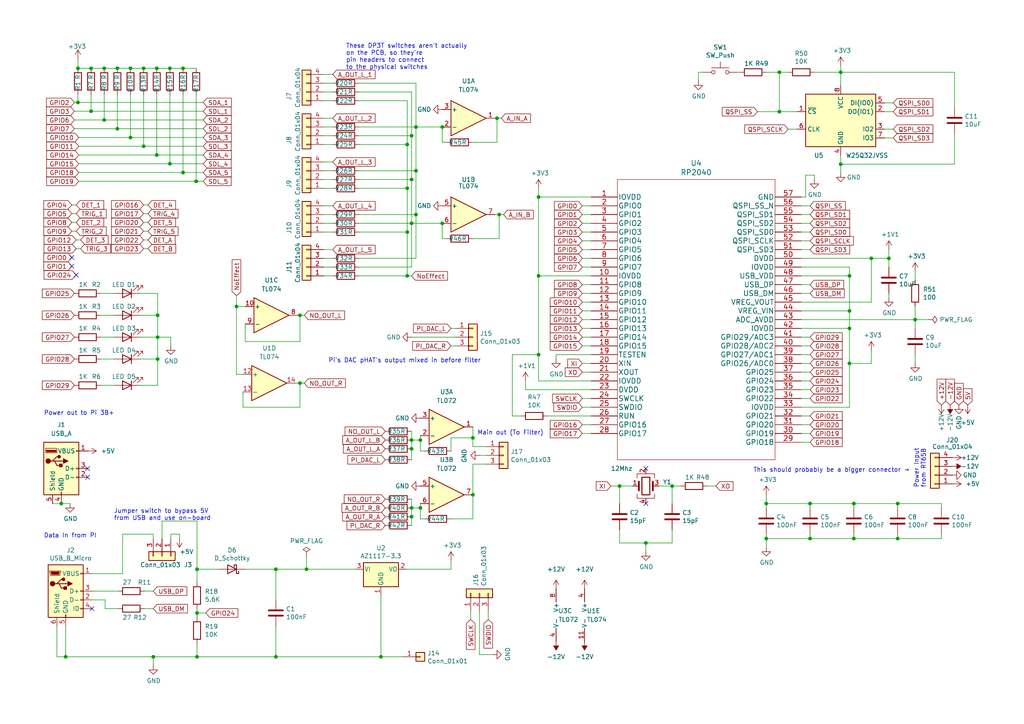
<source format=kicad_sch>
(kicad_sch (version 20211123) (generator eeschema)
  (paper "A4")
  (title_block (title "RP2040 REV01") (date "2021-10-14") (company "Mark"))
  (lib_symbols
    (symbol "Amplifier_Operational:TL072" (pin_names (offset 0.127))
      (property "Reference" "U" (at 0 5.08 0))
      (property "Value" "TL072" (at 0 -5.08 0))
      (symbol "TL072_1_1"
        (pin output line (at 7.62 0 180) (length 2.54) (name "~") (number "1"))
        (pin input line (at -7.62 -2.54 0) (length 2.54) (name "-") (number "2"))
        (pin input line (at -7.62 2.54 0) (length 2.54) (name "+") (number "3"))
      )
      (symbol "TL072_2_1"
        (pin input line (at -7.62 2.54 0) (length 2.54) (name "+") (number "5"))
        (pin input line (at -7.62 -2.54 0) (length 2.54) (name "-") (number "6"))
        (pin output line (at 7.62 0 180) (length 2.54) (name "~") (number "7"))
      )
      (symbol "TL072_3_1"
        (pin power_in line (at -2.54 -7.62 90) (length 3.81) (name "V-") (number "4"))
        (pin power_in line (at -2.54 7.62 270) (length 3.81) (name "V+") (number "8"))
      )
    )
    (symbol "Amplifier_Operational:TL074" (pin_names (offset 0.127))
      (property "Reference" "U" (at 0 5.08 0))
      (property "Value" "TL074" (at 0 -5.08 0))
      (symbol "TL074_1_1"
        (pin output line (at 7.62 0 180) (length 2.54) (name "~") (number "1"))
        (pin input line (at -7.62 -2.54 0) (length 2.54) (name "-") (number "2"))
        (pin input line (at -7.62 2.54 0) (length 2.54) (name "+") (number "3"))
      )
      (symbol "TL074_2_1"
        (pin input line (at -7.62 2.54 0) (length 2.54) (name "+") (number "5"))
        (pin input line (at -7.62 -2.54 0) (length 2.54) (name "-") (number "6"))
        (pin output line (at 7.62 0 180) (length 2.54) (name "~") (number "7"))
      )
      (symbol "TL074_3_1"
        (pin input line (at -7.62 2.54 0) (length 2.54) (name "+") (number "10"))
        (pin output line (at 7.62 0 180) (length 2.54) (name "~") (number "8"))
        (pin input line (at -7.62 -2.54 0) (length 2.54) (name "-") (number "9"))
      )
      (symbol "TL074_4_1"
        (pin input line (at -7.62 2.54 0) (length 2.54) (name "+") (number "12"))
        (pin input line (at -7.62 -2.54 0) (length 2.54) (name "-") (number "13"))
        (pin output line (at 7.62 0 180) (length 2.54) (name "~") (number "14"))
      )
      (symbol "TL074_5_1"
        (pin power_in line (at -2.54 -7.62 90) (length 3.81) (name "V-") (number "11"))
        (pin power_in line (at -2.54 7.62 270) (length 3.81) (name "V+") (number "4"))
      )
    )
    (symbol "Connector:USB_A" (pin_names (offset 1.016))
      (property "Reference" "J" (at -5.08 11.43 0))
      (property "Value" "USB_A" (at -5.08 8.89 0))
      (symbol "USB_A_1_1"
        (pin power_in line (at 7.62 5.08 180) (length 2.54) (name "VBUS") (number "1"))
        (pin bidirectional line (at 7.62 -2.54 180) (length 2.54) (name "D-") (number "2"))
        (pin bidirectional line (at 7.62 0 180) (length 2.54) (name "D+") (number "3"))
        (pin power_in line (at 0 -10.16 90) (length 2.54) (name "GND") (number "4"))
        (pin passive line (at -2.54 -10.16 90) (length 2.54) (name "Shield") (number "5"))
      )
    )
    (symbol "Connector:USB_B_Micro" (pin_names (offset 1.016))
      (property "Reference" "J" (at -5.08 11.43 0))
      (property "Value" "USB_B_Micro" (at -5.08 8.89 0))
      (symbol "USB_B_Micro_1_1"
        (pin power_out line (at 7.62 5.08 180) (length 2.54) (name "VBUS") (number "1"))
        (pin bidirectional line (at 7.62 -2.54 180) (length 2.54) (name "D-") (number "2"))
        (pin bidirectional line (at 7.62 0 180) (length 2.54) (name "D+") (number "3"))
        (pin passive line (at 7.62 -5.08 180) (length 2.54) (name "ID") (number "4"))
        (pin power_out line (at 0 -10.16 90) (length 2.54) (name "GND") (number "5"))
        (pin passive line (at -2.54 -10.16 90) (length 2.54) (name "Shield") (number "6"))
      )
    )
    (symbol "Connector_Generic:Conn_01x01" (pin_names (offset 1.016) hide)
      (property "Reference" "J" (at 0 2.54 0))
      (property "Value" "Conn_01x01" (at 0 -2.54 0))
      (symbol "Conn_01x01_1_1"
        (pin passive line (at -5.08 0 0) (length 3.81) (name "Pin_1") (number "1"))
      )
    )
    (symbol "Connector_Generic:Conn_01x03" (pin_names (offset 1.016) hide)
      (property "Reference" "J" (at 0 5.08 0))
      (property "Value" "Conn_01x03" (at 0 -5.08 0))
      (symbol "Conn_01x03_1_1"
        (pin passive line (at -5.08 2.54 0) (length 3.81) (name "Pin_1") (number "1"))
        (pin passive line (at -5.08 0 0) (length 3.81) (name "Pin_2") (number "2"))
        (pin passive line (at -5.08 -2.54 0) (length 3.81) (name "Pin_3") (number "3"))
      )
    )
    (symbol "Connector_Generic:Conn_01x04" (pin_names (offset 1.016) hide)
      (property "Reference" "J" (at 0 5.08 0))
      (property "Value" "Conn_01x04" (at 0 -7.62 0))
      (symbol "Conn_01x04_1_1"
        (pin passive line (at -5.08 2.54 0) (length 3.81) (name "Pin_1") (number "1"))
        (pin passive line (at -5.08 0 0) (length 3.81) (name "Pin_2") (number "2"))
        (pin passive line (at -5.08 -2.54 0) (length 3.81) (name "Pin_3") (number "3"))
        (pin passive line (at -5.08 -5.08 0) (length 3.81) (name "Pin_4") (number "4"))
      )
    )
    (symbol "Connector_Generic:Conn_02x12_Odd_Even" (pin_names (offset 1.016) hide)
      (property "Reference" "J" (at 1.27 15.24 0))
      (property "Value" "Conn_02x12_Odd_Even" (at 1.27 -17.78 0))
      (symbol "Conn_02x12_Odd_Even_1_1"
        (pin passive line (at -5.08 12.7 0) (length 3.81) (name "Pin_1") (number "1"))
        (pin passive line (at 7.62 2.54 180) (length 3.81) (name "Pin_10") (number "10"))
        (pin passive line (at -5.08 0 0) (length 3.81) (name "Pin_11") (number "11"))
        (pin passive line (at 7.62 0 180) (length 3.81) (name "Pin_12") (number "12"))
        (pin passive line (at -5.08 -2.54 0) (length 3.81) (name "Pin_13") (number "13"))
        (pin passive line (at 7.62 -2.54 180) (length 3.81) (name "Pin_14") (number "14"))
        (pin passive line (at -5.08 -5.08 0) (length 3.81) (name "Pin_15") (number "15"))
        (pin passive line (at 7.62 -5.08 180) (length 3.81) (name "Pin_16") (number "16"))
        (pin passive line (at -5.08 -7.62 0) (length 3.81) (name "Pin_17") (number "17"))
        (pin passive line (at 7.62 -7.62 180) (length 3.81) (name "Pin_18") (number "18"))
        (pin passive line (at -5.08 -10.16 0) (length 3.81) (name "Pin_19") (number "19"))
        (pin passive line (at 7.62 12.7 180) (length 3.81) (name "Pin_2") (number "2"))
        (pin passive line (at 7.62 -10.16 180) (length 3.81) (name "Pin_20") (number "20"))
        (pin passive line (at -5.08 -12.7 0) (length 3.81) (name "Pin_21") (number "21"))
        (pin passive line (at 7.62 -12.7 180) (length 3.81) (name "Pin_22") (number "22"))
        (pin passive line (at -5.08 -15.24 0) (length 3.81) (name "Pin_23") (number "23"))
        (pin passive line (at 7.62 -15.24 180) (length 3.81) (name "Pin_24") (number "24"))
        (pin passive line (at -5.08 10.16 0) (length 3.81) (name "Pin_3") (number "3"))
        (pin passive line (at 7.62 10.16 180) (length 3.81) (name "Pin_4") (number "4"))
        (pin passive line (at -5.08 7.62 0) (length 3.81) (name "Pin_5") (number "5"))
        (pin passive line (at 7.62 7.62 180) (length 3.81) (name "Pin_6") (number "6"))
        (pin passive line (at -5.08 5.08 0) (length 3.81) (name "Pin_7") (number "7"))
        (pin passive line (at 7.62 5.08 180) (length 3.81) (name "Pin_8") (number "8"))
        (pin passive line (at -5.08 2.54 0) (length 3.81) (name "Pin_9") (number "9"))
      )
    )
    (symbol "Device:C" (pin_numbers hide) (pin_names (offset 0.254))
      (property "Reference" "C" (at 0.635 2.54 0))
      (property "Value" "C" (at 0.635 -2.54 0))
      (symbol "C_1_1"
        (pin passive line (at 0 3.81 270) (length 2.794) (name "~") (number "1"))
        (pin passive line (at 0 -3.81 90) (length 2.794) (name "~") (number "2"))
      )
    )
    (symbol "Device:Crystal_GND24" (pin_names (offset 1.016) hide)
      (property "Reference" "Y" (at 3.175 5.08 0))
      (property "Value" "Crystal_GND24" (at 3.175 3.175 0))
      (symbol "Crystal_GND24_1_1"
        (pin passive line (at -3.81 0 0) (length 1.27) (name "1") (number "1"))
        (pin passive line (at 0 5.08 270) (length 1.27) (name "2") (number "2"))
        (pin passive line (at 3.81 0 180) (length 1.27) (name "3") (number "3"))
        (pin passive line (at 0 -5.08 90) (length 1.27) (name "4") (number "4"))
      )
    )
    (symbol "Device:D_Schottky" (pin_numbers hide) (pin_names (offset 1.016) hide)
      (property "Reference" "D" (at 0 2.54 0))
      (property "Value" "D_Schottky" (at 0 -2.54 0))
      (symbol "D_Schottky_1_1"
        (pin passive line (at -3.81 0 0) (length 2.54) (name "K") (number "1"))
        (pin passive line (at 3.81 0 180) (length 2.54) (name "A") (number "2"))
      )
    )
    (symbol "Device:LED" (pin_numbers hide) (pin_names (offset 1.016) hide)
      (property "Reference" "D" (at 0 2.54 0))
      (property "Value" "LED" (at 0 -2.54 0))
      (symbol "LED_1_1"
        (pin passive line (at -3.81 0 0) (length 2.54) (name "K") (number "1"))
        (pin passive line (at 3.81 0 180) (length 2.54) (name "A") (number "2"))
      )
    )
    (symbol "Device:R" (pin_numbers hide) (pin_names (offset 0))
      (property "Reference" "R" (at 2.032 0 90))
      (property "Value" "R" (at 0 0 90))
      (symbol "R_1_1"
        (pin passive line (at 0 3.81 270) (length 1.27) (name "~") (number "1"))
        (pin passive line (at 0 -3.81 90) (length 1.27) (name "~") (number "2"))
      )
    )
    (symbol "Memory_Flash:W25Q32JVSS"
      (property "Reference" "U" (at -8.89 8.89 0))
      (property "Value" "W25Q32JVSS" (at 7.62 8.89 0))
      (symbol "W25Q32JVSS_1_1"
        (pin input line (at -12.7 2.54 0) (length 2.54) (name "~{CS}") (number "1"))
        (pin bidirectional line (at 12.7 2.54 180) (length 2.54) (name "DO(IO1)") (number "2"))
        (pin bidirectional line (at 12.7 -2.54 180) (length 2.54) (name "IO2") (number "3"))
        (pin power_in line (at 0 -10.16 90) (length 2.54) (name "GND") (number "4"))
        (pin bidirectional line (at 12.7 5.08 180) (length 2.54) (name "DI(IO0)") (number "5"))
        (pin input line (at -12.7 -2.54 0) (length 2.54) (name "CLK") (number "6"))
        (pin bidirectional line (at 12.7 -5.08 180) (length 2.54) (name "IO3") (number "7"))
        (pin power_in line (at 0 10.16 270) (length 2.54) (name "VCC") (number "8"))
      )
    )
    (symbol "Regulator_Linear:AZ1117-3.3" (pin_names (offset 0.254))
      (property "Reference" "U" (at -3.81 3.175 0))
      (property "Value" "AZ1117-3.3" (at 0 3.175 0))
      (symbol "AZ1117-3.3_1_1"
        (pin power_in line (at 0 -7.62 90) (length 2.54) (name "GND") (number "1"))
        (pin power_out line (at 7.62 0 180) (length 2.54) (name "VO") (number "2"))
        (pin power_in line (at -7.62 0 0) (length 2.54) (name "VI") (number "3"))
      )
    )
    (symbol "Switch:SW_Push" (pin_numbers hide) (pin_names (offset 1.016) hide)
      (property "Reference" "SW" (at 1.27 2.54 0))
      (property "Value" "SW_Push" (at 0 -1.524 0))
      (symbol "SW_Push_0_1"
        (pin passive line (at -5.08 0 0) (length 2.54) (name "1") (number "1"))
        (pin passive line (at 5.08 0 180) (length 2.54) (name "2") (number "2"))
      )
    )
    (symbol "power:+12V" (power) (pin_names (offset 0))
      (property "Value" "+12V" (at 0 3.556 0))
      (symbol "+12V_1_1"
        (pin power_in line (at 0 0 90) (length 0) hide (name "+12V") (number "1"))
      )
    )
    (symbol "power:+1V1" (power) (pin_names (offset 0))
      (property "Value" "+1V1" (at 0 3.556 0))
      (symbol "+1V1_1_1"
        (pin power_in line (at 0 0 90) (length 0) hide (name "+1V1") (number "1"))
      )
    )
    (symbol "power:+3.3V" (power) (pin_names (offset 0))
      (property "Value" "+3.3V" (at 0 3.556 0))
      (symbol "+3.3V_1_1"
        (pin power_in line (at 0 0 90) (length 0) hide (name "+3V3") (number "1"))
      )
    )
    (symbol "power:+5V" (power) (pin_names (offset 0))
      (property "Value" "+5V" (at 0 3.556 0))
      (symbol "+5V_1_1"
        (pin power_in line (at 0 0 90) (length 0) hide (name "+5V") (number "1"))
      )
    )
    (symbol "power:-12V" (power) (pin_names (offset 0))
      (property "Value" "-12V" (at 0 3.81 0))
      (symbol "-12V_0_0"
        (pin power_in line (at 0 0 90) (length 0) hide (name "-12V") (number "1"))
      )
    )
    (symbol "power:GND" (power) (pin_names (offset 0))
      (property "Value" "GND" (at 0 -3.81 0))
      (symbol "GND_1_1"
        (pin power_in line (at 0 0 270) (length 0) hide (name "GND") (number "1"))
      )
    )
    (symbol "power:PWR_FLAG" (power) (pin_numbers hide) (pin_names (offset 0) hide)
      (property "Value" "PWR_FLAG" (at 0 3.81 0))
      (symbol "PWR_FLAG_0_0"
        (pin power_out line (at 0 0 90) (length 0) (name "pwr") (number "1"))
      )
    )
    (symbol "rp2040:RP2040" (pin_names (offset 0.254))
      (property "Reference" "U" (at 30.48 10.16 0))
      (property "Value" "rp2040_RP2040" (at 30.48 7.62 0))
      (symbol "RP2040_1_1"
        (pin power_in line (at 0 0 0) (length 7.62) (name "IOVDD") (number "1"))
        (pin power_in line (at 0 -22.86 0) (length 7.62) (name "IOVDD") (number "10"))
        (pin bidirectional line (at 0 -25.4 0) (length 7.62) (name "GPIO8") (number "11"))
        (pin bidirectional line (at 0 -27.94 0) (length 7.62) (name "GPIO9") (number "12"))
        (pin bidirectional line (at 0 -30.48 0) (length 7.62) (name "GPIO10") (number "13"))
        (pin bidirectional line (at 0 -33.02 0) (length 7.62) (name "GPIO11") (number "14"))
        (pin bidirectional line (at 0 -35.56 0) (length 7.62) (name "GPIO12") (number "15"))
        (pin bidirectional line (at 0 -38.1 0) (length 7.62) (name "GPIO13") (number "16"))
        (pin bidirectional line (at 0 -40.64 0) (length 7.62) (name "GPIO14") (number "17"))
        (pin bidirectional line (at 0 -43.18 0) (length 7.62) (name "GPIO15") (number "18"))
        (pin unspecified line (at 0 -45.72 0) (length 7.62) (name "TESTEN") (number "19"))
        (pin bidirectional line (at 0 -2.54 0) (length 7.62) (name "GPIO0") (number "2"))
        (pin unspecified line (at 0 -48.26 0) (length 7.62) (name "XIN") (number "20"))
        (pin output line (at 0 -50.8 0) (length 7.62) (name "XOUT") (number "21"))
        (pin power_in line (at 0 -53.34 0) (length 7.62) (name "IOVDD") (number "22"))
        (pin power_in line (at 0 -55.88 0) (length 7.62) (name "DVDD") (number "23"))
        (pin unspecified line (at 0 -58.42 0) (length 7.62) (name "SWCLK") (number "24"))
        (pin unspecified line (at 0 -60.96 0) (length 7.62) (name "SWDIO") (number "25"))
        (pin unspecified line (at 0 -63.5 0) (length 7.62) (name "RUN") (number "26"))
        (pin bidirectional line (at 0 -66.04 0) (length 7.62) (name "GPIO16") (number "27"))
        (pin bidirectional line (at 0 -68.58 0) (length 7.62) (name "GPIO17") (number "28"))
        (pin bidirectional line (at 60.96 -71.12 180) (length 7.62) (name "GPIO18") (number "29"))
        (pin bidirectional line (at 0 -5.08 0) (length 7.62) (name "GPIO1") (number "3"))
        (pin bidirectional line (at 60.96 -68.58 180) (length 7.62) (name "GPIO19") (number "30"))
        (pin bidirectional line (at 60.96 -66.04 180) (length 7.62) (name "GPIO20") (number "31"))
        (pin bidirectional line (at 60.96 -63.5 180) (length 7.62) (name "GPIO21") (number "32"))
        (pin power_in line (at 60.96 -60.96 180) (length 7.62) (name "IOVDD") (number "33"))
        (pin bidirectional line (at 60.96 -58.42 180) (length 7.62) (name "GPIO22") (number "34"))
        (pin bidirectional line (at 60.96 -55.88 180) (length 7.62) (name "GPIO23") (number "35"))
        (pin bidirectional line (at 60.96 -53.34 180) (length 7.62) (name "GPIO24") (number "36"))
        (pin bidirectional line (at 60.96 -50.8 180) (length 7.62) (name "GPIO25") (number "37"))
        (pin bidirectional line (at 60.96 -48.26 180) (length 7.62) (name "GPIO26/ADC0") (number "38"))
        (pin bidirectional line (at 60.96 -45.72 180) (length 7.62) (name "GPIO27/ADC1") (number "39"))
        (pin bidirectional line (at 0 -7.62 0) (length 7.62) (name "GPIO2") (number "4"))
        (pin bidirectional line (at 60.96 -43.18 180) (length 7.62) (name "GPIO28/ADC2") (number "40"))
        (pin bidirectional line (at 60.96 -40.64 180) (length 7.62) (name "GPIO29/ADC3") (number "41"))
        (pin power_in line (at 60.96 -38.1 180) (length 7.62) (name "IOVDD") (number "42"))
        (pin power_in line (at 60.96 -35.56 180) (length 7.62) (name "ADC_AVDD") (number "43"))
        (pin unspecified line (at 60.96 -33.02 180) (length 7.62) (name "VREG_VIN") (number "44"))
        (pin output line (at 60.96 -30.48 180) (length 7.62) (name "VREG_VOUT") (number "45"))
        (pin unspecified line (at 60.96 -27.94 180) (length 7.62) (name "USB_DM") (number "46"))
        (pin unspecified line (at 60.96 -25.4 180) (length 7.62) (name "USB_DP") (number "47"))
        (pin power_in line (at 60.96 -22.86 180) (length 7.62) (name "USB_VDD") (number "48"))
        (pin power_in line (at 60.96 -20.32 180) (length 7.62) (name "IOVDD") (number "49"))
        (pin bidirectional line (at 0 -10.16 0) (length 7.62) (name "GPIO3") (number "5"))
        (pin power_in line (at 60.96 -17.78 180) (length 7.62) (name "DVDD") (number "50"))
        (pin bidirectional line (at 60.96 -15.24 180) (length 7.62) (name "QSPI_SD3") (number "51"))
        (pin unspecified line (at 60.96 -12.7 180) (length 7.62) (name "QSPI_SCLK") (number "52"))
        (pin bidirectional line (at 60.96 -10.16 180) (length 7.62) (name "QSPI_SD0") (number "53"))
        (pin bidirectional line (at 60.96 -7.62 180) (length 7.62) (name "QSPI_SD2") (number "54"))
        (pin bidirectional line (at 60.96 -5.08 180) (length 7.62) (name "QSPI_SD1") (number "55"))
        (pin unspecified line (at 60.96 -2.54 180) (length 7.62) (name "QSPI_SS_N") (number "56"))
        (pin power_in line (at 60.96 0 180) (length 7.62) (name "GND") (number "57"))
        (pin bidirectional line (at 0 -12.7 0) (length 7.62) (name "GPIO4") (number "6"))
        (pin bidirectional line (at 0 -15.24 0) (length 7.62) (name "GPIO5") (number "7"))
        (pin bidirectional line (at 0 -17.78 0) (length 7.62) (name "GPIO6") (number "8"))
        (pin bidirectional line (at 0 -20.32 0) (length 7.62) (name "GPIO7") (number "9"))
      )
    )
  )
  (junction (at 110.49 190.5))
  (junction (at 57.15 190.5))
  (junction (at 37.846 39.878))
  (junction (at 247.65 146.05))
  (junction (at 128.27 64.77))
  (junction (at 121.92 127.635))
  (junction (at 17.78 146.05))
  (junction (at 118.11 67.31))
  (junction (at 22.606 29.718))
  (junction (at 86.995 91.44))
  (junction (at 246.38 105.41))
  (junction (at 260.35 146.05))
  (junction (at 45.72 104.14))
  (junction (at 121.92 147.32))
  (junction (at 57.15 165.1))
  (junction (at 118.11 80.01))
  (junction (at 144.145 34.29))
  (junction (at 144.78 62.23))
  (junction (at 45.72 91.44))
  (junction (at 86.995 111.125))
  (junction (at 120.65 62.23))
  (junction (at 247.65 156.21))
  (junction (at 234.95 146.05))
  (junction (at 45.466 19.812))
  (junction (at 179.705 140.97))
  (junction (at 45.72 97.79))
  (junction (at 57.15 177.8))
  (junction (at 137.16 127))
  (junction (at 137.16 143.51))
  (junction (at 68.58 88.9))
  (junction (at 119.38 127.635))
  (junction (at 222.25 146.05))
  (junction (at 41.656 42.418))
  (junction (at 119.38 64.77))
  (junction (at 246.38 90.17))
  (junction (at 156.21 57.15))
  (junction (at 30.226 34.798))
  (junction (at 243.84 47.625))
  (junction (at 222.25 156.21))
  (junction (at 265.43 92.71))
  (junction (at 118.11 54.61))
  (junction (at 56.896 52.578))
  (junction (at 246.38 95.25))
  (junction (at 119.38 130.175))
  (junction (at 26.416 19.812))
  (junction (at 80.01 165.1))
  (junction (at 49.276 19.812))
  (junction (at 80.01 190.5))
  (junction (at 156.21 102.87))
  (junction (at 243.84 20.955))
  (junction (at 194.945 140.97))
  (junction (at 53.086 50.038))
  (junction (at 246.38 80.01))
  (junction (at 156.21 80.01))
  (junction (at 260.35 156.21))
  (junction (at 45.466 44.958))
  (junction (at 120.65 36.83))
  (junction (at 53.086 19.812))
  (junction (at 119.38 147.32))
  (junction (at 226.06 32.385))
  (junction (at 187.325 157.48))
  (junction (at 49.276 47.498))
  (junction (at 34.036 19.812))
  (junction (at 44.45 190.5))
  (junction (at 252.73 74.93))
  (junction (at 257.81 74.93))
  (junction (at 41.656 19.812))
  (junction (at 30.226 19.812))
  (junction (at 22.606 19.812))
  (junction (at 19.05 190.5))
  (junction (at 88.9 165.1))
  (junction (at 226.06 20.955))
  (junction (at 34.036 37.338))
  (junction (at 119.38 52.07))
  (junction (at 234.95 156.21))
  (junction (at 119.38 39.37))
  (junction (at 120.65 49.53))
  (junction (at 37.846 19.812))
  (junction (at 119.38 149.86))
  (junction (at 128.27 36.83))
  (junction (at 26.416 32.258))
  (junction (at 118.11 41.91))
  (no_connect (at 189.865 261.62))
  (no_connect (at 192.405 261.62))
  (no_connect (at 194.945 261.62))
  (no_connect (at 189.865 224.155))
  (no_connect (at 192.405 224.155))
  (no_connect (at 194.945 224.155))
  (no_connect (at 26.67 176.53))
  (no_connect (at 187.325 146.05))
  (no_connect (at 187.325 135.89))
  (no_connect (at 25.4 135.89))
  (no_connect (at 25.4 138.43))
  (no_connect (at 20.828 74.676))
  (no_connect (at 20.828 77.216))
  (no_connect (at 22.098 79.756))
  (no_connect (at 63.5 224.155))
  (no_connect (at 66.04 224.155))
  (no_connect (at 63.5 299.72))
  (no_connect (at 63.5 262.255))
  (no_connect (at 66.04 262.255))
  (no_connect (at 66.04 299.72))
  (no_connect (at 129.54 262.255))
  (no_connect (at 127 262.255))
  (no_connect (at 127 224.155))
  (no_connect (at 129.54 224.155))
  (wire (pts (xy 171.45 87.63) (xy 168.91 87.63)))
  (wire (pts (xy 144.145 34.29) (xy 143.51 34.29)))
  (wire (pts (xy 137.16 143.51) (xy 137.16 134.62)))
  (wire (pts (xy 168.91 115.57) (xy 171.45 115.57)))
  (wire (pts (xy 37.846 39.878) (xy 58.928 39.878)))
  (wire (pts (xy 96.52 67.31) (xy 93.98 67.31)))
  (wire (pts (xy 156.21 80.01) (xy 156.21 102.87)))
  (wire (pts (xy 93.98 29.21) (xy 96.52 29.21)))
  (wire (pts (xy 219.71 32.385) (xy 226.06 32.385)))
  (wire (pts (xy 130.81 130.81) (xy 130.81 127)))
  (wire (pts (xy 96.52 80.01) (xy 93.98 80.01)))
  (wire (pts (xy 104.14 52.07) (xy 119.38 52.07)))
  (wire (pts (xy 52.07 154.94) (xy 49.53 154.94)))
  (wire (pts (xy 57.15 177.8) (xy 57.15 176.53)))
  (wire (pts (xy 29.21 85.09) (xy 33.02 85.09)))
  (wire (pts (xy 120.65 24.13) (xy 120.65 36.83)))
  (wire (pts (xy 118.11 54.61) (xy 118.11 67.31)))
  (wire (pts (xy 232.41 118.11) (xy 246.38 118.11)))
  (wire (pts (xy 104.14 26.67) (xy 119.38 26.67)))
  (wire (pts (xy 37.846 39.878) (xy 37.846 27.432)))
  (wire (pts (xy 171.45 105.41) (xy 168.91 105.41)))
  (wire (pts (xy 247.65 156.21) (xy 234.95 156.21)))
  (wire (pts (xy 137.16 150.495) (xy 137.16 143.51)))
  (wire (pts (xy 118.11 67.31) (xy 118.11 80.01)))
  (wire (pts (xy 232.41 120.65) (xy 234.95 120.65)))
  (wire (pts (xy 86.995 118.11) (xy 86.995 111.125)))
  (wire (pts (xy 104.14 29.21) (xy 118.11 29.21)))
  (wire (pts (xy 119.38 64.77) (xy 128.27 64.77)))
  (wire (pts (xy 53.086 27.432) (xy 53.086 50.038)))
  (wire (pts (xy 234.95 146.05) (xy 247.65 146.05)))
  (wire (pts (xy 232.41 87.63) (xy 252.73 87.63)))
  (wire (pts (xy 265.43 105.41) (xy 265.43 102.87)))
  (wire (pts (xy 179.705 140.97) (xy 179.705 146.05)))
  (wire (pts (xy 41.91 176.53) (xy 44.45 176.53)))
  (wire (pts (xy 156.21 57.15) (xy 156.21 54.61)))
  (wire (pts (xy 234.95 69.85) (xy 232.41 69.85)))
  (wire (pts (xy 144.145 41.275) (xy 144.145 34.29)))
  (wire (pts (xy 17.78 146.05) (xy 20.32 146.05)))
  (wire (pts (xy 152.4 113.03) (xy 152.4 110.49)))
  (wire (pts (xy 234.95 107.95) (xy 232.41 107.95)))
  (wire (pts (xy 156.21 102.87) (xy 156.21 110.49)))
  (wire (pts (xy 226.06 20.955) (xy 222.25 20.955)))
  (wire (pts (xy 234.95 59.69) (xy 232.41 59.69)))
  (wire (pts (xy 168.91 77.47) (xy 171.45 77.47)))
  (wire (pts (xy 110.49 190.5) (xy 110.49 172.72)))
  (wire (pts (xy 257.81 72.39) (xy 257.81 74.93)))
  (wire (pts (xy 146.05 62.23) (xy 144.78 62.23)))
  (wire (pts (xy 171.45 80.01) (xy 156.21 80.01)))
  (wire (pts (xy 168.91 67.31) (xy 171.45 67.31)))
  (wire (pts (xy 44.45 190.5) (xy 57.15 190.5)))
  (wire (pts (xy 226.06 20.955) (xy 226.06 32.385)))
  (wire (pts (xy 15.24 146.05) (xy 17.78 146.05)))
  (wire (pts (xy 35.56 154.94) (xy 35.56 166.37)))
  (wire (pts (xy 68.58 85.725) (xy 68.58 88.9)))
  (wire (pts (xy 58.928 47.498) (xy 49.276 47.498)))
  (wire (pts (xy 197.485 140.97) (xy 194.945 140.97)))
  (wire (pts (xy 168.91 107.95) (xy 171.45 107.95)))
  (wire (pts (xy 119.38 144.78) (xy 119.38 147.32)))
  (wire (pts (xy 120.65 49.53) (xy 120.65 36.83)))
  (wire (pts (xy 22.606 17.018) (xy 22.606 19.812)))
  (wire (pts (xy 49.53 154.94) (xy 49.53 156.21)))
  (wire (pts (xy 256.54 40.005) (xy 259.08 40.005)))
  (wire (pts (xy 22.606 29.718) (xy 58.928 29.718)))
  (wire (pts (xy 171.45 64.77) (xy 168.91 64.77)))
  (wire (pts (xy 171.45 92.71) (xy 168.91 92.71)))
  (wire (pts (xy 41.656 42.418) (xy 58.928 42.418)))
  (wire (pts (xy 22.606 19.812) (xy 26.416 19.812)))
  (wire (pts (xy 26.67 173.99) (xy 30.48 173.99)))
  (wire (pts (xy 246.38 105.41) (xy 246.38 118.11)))
  (wire (pts (xy 93.98 24.13) (xy 96.52 24.13)))
  (wire (pts (xy 26.416 32.258) (xy 21.59 32.258)))
  (wire (pts (xy 57.15 165.1) (xy 63.5 165.1)))
  (wire (pts (xy 246.38 95.25) (xy 246.38 105.41)))
  (wire (pts (xy 70.485 118.11) (xy 86.995 118.11)))
  (wire (pts (xy 194.945 157.48) (xy 194.945 153.67)))
  (wire (pts (xy 29.21 91.44) (xy 33.02 91.44)))
  (wire (pts (xy 22.606 29.718) (xy 22.606 27.432)))
  (wire (pts (xy 246.38 77.47) (xy 232.41 77.47)))
  (wire (pts (xy 71.12 165.1) (xy 80.01 165.1)))
  (wire (pts (xy 171.45 82.55) (xy 168.91 82.55)))
  (wire (pts (xy 119.38 26.67) (xy 119.38 39.37)))
  (wire (pts (xy 41.656 72.136) (xy 42.926 72.136)))
  (wire (pts (xy 136.525 177.165) (xy 136.525 179.705)))
  (wire (pts (xy 156.21 57.15) (xy 171.45 57.15)))
  (wire (pts (xy 118.11 80.01) (xy 119.38 80.01)))
  (wire (pts (xy 45.72 97.79) (xy 45.72 91.44)))
  (wire (pts (xy 144.78 69.215) (xy 144.78 62.23)))
  (wire (pts (xy 171.45 59.69) (xy 168.91 59.69)))
  (wire (pts (xy 232.41 123.19) (xy 234.95 123.19)))
  (wire (pts (xy 257.81 74.93) (xy 257.81 77.47)))
  (wire (pts (xy 128.27 36.83) (xy 128.27 41.275)))
  (wire (pts (xy 96.52 41.91) (xy 93.98 41.91)))
  (wire (pts (xy 102.87 165.1) (xy 88.9 165.1)))
  (wire (pts (xy 228.6 20.955) (xy 226.06 20.955)))
  (wire (pts (xy 22.098 72.136) (xy 23.368 72.136)))
  (wire (pts (xy 128.27 41.275) (xy 129.54 41.275)))
  (wire (pts (xy 86.995 111.125) (xy 85.725 111.125)))
  (wire (pts (xy 41.656 42.418) (xy 41.656 27.432)))
  (wire (pts (xy 232.41 74.93) (xy 252.73 74.93)))
  (wire (pts (xy 257.81 86.36) (xy 257.81 85.09)))
  (wire (pts (xy 22.86 52.578) (xy 56.896 52.578)))
  (wire (pts (xy 130.81 127) (xy 137.16 127)))
  (wire (pts (xy 222.25 143.51) (xy 222.25 146.05)))
  (wire (pts (xy 104.14 39.37) (xy 119.38 39.37)))
  (wire (pts (xy 222.25 154.94) (xy 222.25 156.21)))
  (wire (pts (xy 234.95 85.09) (xy 232.41 85.09)))
  (wire (pts (xy 104.14 80.01) (xy 118.11 80.01)))
  (wire (pts (xy 246.38 80.01) (xy 246.38 90.17)))
  (wire (pts (xy 121.92 127.635) (xy 121.92 130.81)))
  (wire (pts (xy 20.828 67.056) (xy 22.098 67.056)))
  (wire (pts (xy 58.928 37.338) (xy 34.036 37.338)))
  (wire (pts (xy 171.45 69.85) (xy 168.91 69.85)))
  (wire (pts (xy 45.72 111.76) (xy 45.72 104.14)))
  (wire (pts (xy 57.15 168.91) (xy 57.15 165.1)))
  (wire (pts (xy 243.84 20.955) (xy 243.84 19.05)))
  (wire (pts (xy 234.95 67.31) (xy 232.41 67.31)))
  (wire (pts (xy 232.41 57.15) (xy 233.68 57.15)))
  (wire (pts (xy 137.16 123.825) (xy 137.16 127)))
  (wire (pts (xy 137.16 129.54) (xy 140.97 129.54)))
  (wire (pts (xy 145.415 34.29) (xy 144.145 34.29)))
  (wire (pts (xy 45.72 104.14) (xy 45.72 97.79)))
  (wire (pts (xy 49.276 27.432) (xy 49.276 47.498)))
  (wire (pts (xy 121.92 150.495) (xy 121.92 147.32)))
  (wire (pts (xy 168.91 72.39) (xy 171.45 72.39)))
  (wire (pts (xy 205.105 140.97) (xy 207.645 140.97)))
  (wire (pts (xy 236.22 50.8) (xy 236.22 52.07)))
  (wire (pts (xy 128.27 69.215) (xy 129.54 69.215)))
  (wire (pts (xy 276.86 31.115) (xy 276.86 20.955)))
  (wire (pts (xy 137.16 69.215) (xy 144.78 69.215)))
  (wire (pts (xy 40.64 91.44) (xy 45.72 91.44)))
  (wire (pts (xy 179.705 157.48) (xy 187.325 157.48)))
  (wire (pts (xy 234.95 156.21) (xy 234.95 154.94)))
  (wire (pts (xy 88.9 165.1) (xy 88.9 161.29)))
  (wire (pts (xy 171.45 113.03) (xy 152.4 113.03)))
  (wire (pts (xy 158.75 120.65) (xy 171.45 120.65)))
  (wire (pts (xy 20.828 61.976) (xy 22.098 61.976)))
  (wire (pts (xy 26.67 171.45) (xy 34.29 171.45)))
  (wire (pts (xy 232.41 82.55) (xy 234.95 82.55)))
  (wire (pts (xy 148.59 120.65) (xy 148.59 102.87)))
  (wire (pts (xy 243.84 50.165) (xy 243.84 47.625)))
  (wire (pts (xy 40.64 111.76) (xy 45.72 111.76)))
  (wire (pts (xy 260.35 147.32) (xy 260.35 146.05)))
  (wire (pts (xy 123.19 150.495) (xy 121.92 150.495)))
  (wire (pts (xy 120.65 62.23) (xy 120.65 49.53)))
  (wire (pts (xy 260.35 146.05) (xy 273.05 146.05)))
  (wire (pts (xy 93.98 34.29) (xy 96.52 34.29)))
  (wire (pts (xy 16.51 190.5) (xy 19.05 190.5)))
  (wire (pts (xy 86.995 91.44) (xy 86.36 91.44)))
  (wire (pts (xy 265.43 95.25) (xy 265.43 92.71)))
  (wire (pts (xy 156.21 80.01) (xy 156.21 57.15)))
  (wire (pts (xy 93.98 39.37) (xy 96.52 39.37)))
  (wire (pts (xy 130.81 150.495) (xy 137.16 150.495)))
  (wire (pts (xy 265.43 92.71) (xy 265.43 88.9)))
  (wire (pts (xy 179.705 140.97) (xy 177.165 140.97)))
  (wire (pts (xy 168.91 97.79) (xy 171.45 97.79)))
  (wire (pts (xy 49.53 97.79) (xy 49.53 100.33)))
  (wire (pts (xy 30.48 173.99) (xy 30.48 176.53)))
  (wire (pts (xy 93.98 26.67) (xy 96.52 26.67)))
  (wire (pts (xy 247.65 146.05) (xy 260.35 146.05)))
  (wire (pts (xy 252.73 105.41) (xy 246.38 105.41)))
  (wire (pts (xy 71.12 93.98) (xy 71.12 99.06)))
  (wire (pts (xy 252.73 87.63) (xy 252.73 74.93)))
  (wire (pts (xy 187.325 157.48) (xy 194.945 157.48)))
  (wire (pts (xy 171.45 100.33) (xy 168.91 100.33)))
  (wire (pts (xy 234.95 62.23) (xy 232.41 62.23)))
  (wire (pts (xy 70.485 113.665) (xy 70.485 118.11)))
  (wire (pts (xy 243.84 47.625) (xy 243.84 45.085)))
  (wire (pts (xy 121.92 130.81) (xy 123.19 130.81)))
  (wire (pts (xy 45.466 19.812) (xy 49.276 19.812)))
  (wire (pts (xy 232.41 113.03) (xy 234.95 113.03)))
  (wire (pts (xy 26.416 32.258) (xy 58.928 32.258)))
  (wire (pts (xy 119.38 127.635) (xy 121.92 127.635)))
  (wire (pts (xy 214.63 20.955) (xy 213.995 20.955)))
  (wire (pts (xy 243.84 20.955) (xy 236.22 20.955)))
  (wire (pts (xy 59.69 177.8) (xy 57.15 177.8)))
  (wire (pts (xy 118.11 41.91) (xy 118.11 54.61)))
  (wire (pts (xy 57.15 151.13) (xy 57.15 165.1)))
  (wire (pts (xy 116.84 190.5) (xy 110.49 190.5)))
  (wire (pts (xy 96.52 62.23) (xy 93.98 62.23)))
  (wire (pts (xy 80.01 165.1) (xy 88.9 165.1)))
  (wire (pts (xy 276.86 20.955) (xy 243.84 20.955)))
  (wire (pts (xy 232.41 100.33) (xy 234.95 100.33)))
  (wire (pts (xy 222.25 146.05) (xy 222.25 147.32)))
  (wire (pts (xy 232.41 105.41) (xy 234.95 105.41)))
  (wire (pts (xy 30.226 34.798) (xy 30.226 27.432)))
  (wire (pts (xy 96.52 36.83) (xy 93.98 36.83)))
  (wire (pts (xy 80.01 165.1) (xy 80.01 173.99)))
  (wire (pts (xy 20.828 59.436) (xy 22.098 59.436)))
  (wire (pts (xy 252.73 74.93) (xy 257.81 74.93)))
  (wire (pts (xy 93.98 72.39) (xy 96.52 72.39)))
  (wire (pts (xy 130.81 162.56) (xy 130.81 165.1)))
  (wire (pts (xy 44.45 171.45) (xy 41.91 171.45)))
  (wire (pts (xy 93.98 59.69) (xy 96.52 59.69)))
  (wire (pts (xy 45.466 44.958) (xy 58.928 44.958)))
  (wire (pts (xy 168.91 85.09) (xy 171.45 85.09)))
  (wire (pts (xy 53.086 50.038) (xy 58.928 50.038)))
  (wire (pts (xy 141.605 179.705) (xy 141.605 177.165)))
  (wire (pts (xy 93.98 21.59) (xy 96.52 21.59)))
  (wire (pts (xy 273.05 154.94) (xy 273.05 156.21)))
  (wire (pts (xy 35.56 154.94) (xy 44.45 154.94)))
  (wire (pts (xy 273.05 146.05) (xy 273.05 147.32)))
  (wire (pts (xy 68.58 88.9) (xy 71.12 88.9)))
  (wire (pts (xy 19.05 181.61) (xy 19.05 190.5)))
  (wire (pts (xy 104.14 62.23) (xy 120.65 62.23)))
  (wire (pts (xy 21.59 29.718) (xy 22.606 29.718)))
  (wire (pts (xy 86.995 91.44) (xy 88.265 91.44)))
  (wire (pts (xy 234.95 64.77) (xy 232.41 64.77)))
  (wire (pts (xy 37.846 19.812) (xy 41.656 19.812)))
  (wire (pts (xy 194.945 140.97) (xy 191.135 140.97)))
  (wire (pts (xy 57.15 179.07) (xy 57.15 177.8)))
  (wire (pts (xy 104.14 67.31) (xy 118.11 67.31)))
  (wire (pts (xy 104.14 77.47) (xy 119.38 77.47)))
  (wire (pts (xy 21.59 37.338) (xy 34.036 37.338)))
  (wire (pts (xy 256.54 29.845) (xy 259.08 29.845)))
  (wire (pts (xy 202.565 20.955) (xy 202.565 23.495)))
  (wire (pts (xy 26.416 19.812) (xy 30.226 19.812)))
  (wire (pts (xy 49.276 19.812) (xy 53.086 19.812)))
  (wire (pts (xy 121.92 126.365) (xy 121.92 127.635)))
  (wire (pts (xy 118.11 165.1) (xy 130.81 165.1)))
  (wire (pts (xy 171.45 102.87) (xy 161.29 102.87)))
  (wire (pts (xy 233.68 57.15) (xy 233.68 50.8)))
  (wire (pts (xy 21.59 34.798) (xy 30.226 34.798)))
  (wire (pts (xy 80.01 181.61) (xy 80.01 190.5)))
  (wire (pts (xy 148.59 102.87) (xy 156.21 102.87)))
  (wire (pts (xy 226.06 32.385) (xy 231.14 32.385)))
  (wire (pts (xy 187.325 160.02) (xy 187.325 157.48)))
  (wire (pts (xy 161.29 102.87) (xy 161.29 104.14)))
  (wire (pts (xy 232.41 97.79) (xy 234.95 97.79)))
  (wire (pts (xy 41.656 19.812) (xy 45.466 19.812)))
  (wire (pts (xy 93.98 64.77) (xy 96.52 64.77)))
  (wire (pts (xy 22.86 39.878) (xy 37.846 39.878)))
  (wire (pts (xy 246.38 77.47) (xy 246.38 80.01)))
  (wire (pts (xy 22.86 44.958) (xy 45.466 44.958)))
  (wire (pts (xy 34.036 19.812) (xy 37.846 19.812)))
  (wire (pts (xy 104.14 49.53) (xy 120.65 49.53)))
  (wire (pts (xy 30.226 34.798) (xy 58.928 34.798)))
  (wire (pts (xy 104.14 41.91) (xy 118.11 41.91)))
  (wire (pts (xy 26.416 27.432) (xy 26.416 32.258)))
  (wire (pts (xy 139.065 132.08) (xy 140.97 132.08)))
  (wire (pts (xy 53.086 19.812) (xy 56.896 19.812)))
  (wire (pts (xy 222.25 156.21) (xy 222.25 158.75)))
  (wire (pts (xy 137.16 134.62) (xy 140.97 134.62)))
  (wire (pts (xy 93.98 52.07) (xy 96.52 52.07)))
  (wire (pts (xy 104.14 54.61) (xy 118.11 54.61)))
  (wire (pts (xy 22.86 42.418) (xy 41.656 42.418)))
  (wire (pts (xy 276.86 47.625) (xy 243.84 47.625)))
  (wire (pts (xy 276.86 38.735) (xy 276.86 47.625)))
  (wire (pts (xy 171.45 118.11) (xy 168.91 118.11)))
  (wire (pts (xy 68.58 108.585) (xy 70.485 108.585)))
  (wire (pts (xy 137.16 41.275) (xy 144.145 41.275)))
  (wire (pts (xy 232.41 125.73) (xy 234.95 125.73)))
  (wire (pts (xy 52.07 156.21) (xy 52.07 154.94)))
  (wire (pts (xy 34.036 27.432) (xy 34.036 37.338)))
  (wire (pts (xy 22.86 50.038) (xy 53.086 50.038)))
  (wire (pts (xy 56.896 52.578) (xy 58.928 52.578)))
  (wire (pts (xy 246.38 95.25) (xy 246.38 90.17)))
  (wire (pts (xy 247.65 147.32) (xy 247.65 146.05)))
  (wire (pts (xy 41.656 61.976) (xy 42.926 61.976)))
  (wire (pts (xy 40.64 104.14) (xy 45.72 104.14)))
  (wire (pts (xy 30.226 19.812) (xy 34.036 19.812)))
  (wire (pts (xy 130.81 95.25) (xy 132.08 95.25)))
  (wire (pts (xy 22.86 47.498) (xy 49.276 47.498)))
  (wire (pts (xy 121.92 147.32) (xy 121.92 146.05)))
  (wire (pts (xy 86.995 99.06) (xy 86.995 91.44)))
  (wire (pts (xy 232.41 128.27) (xy 234.95 128.27)))
  (wire (pts (xy 194.945 146.05) (xy 194.945 140.97)))
  (wire (pts (xy 168.91 62.23) (xy 171.45 62.23)))
  (wire (pts (xy 265.43 81.28) (xy 265.43 78.74)))
  (wire (pts (xy 119.38 149.86) (xy 119.38 152.4)))
  (wire (pts (xy 130.81 100.33) (xy 132.08 100.33)))
  (wire (pts (xy 45.72 91.44) (xy 45.72 85.09)))
  (wire (pts (xy 44.45 193.04) (xy 44.45 190.5)))
  (wire (pts (xy 179.705 153.67) (xy 179.705 157.48)))
  (wire (pts (xy 168.91 125.73) (xy 171.45 125.73)))
  (wire (pts (xy 234.95 156.21) (xy 222.25 156.21)))
  (wire (pts (xy 57.15 190.5) (xy 57.15 186.69)))
  (wire (pts (xy 231.14 37.465) (xy 228.6 37.465)))
  (wire (pts (xy 45.466 27.432) (xy 45.466 44.958)))
  (wire (pts (xy 29.21 111.76) (xy 33.02 111.76)))
  (wire (pts (xy 29.21 104.14) (xy 33.02 104.14)))
  (wire (pts (xy 104.14 24.13) (xy 120.65 24.13)))
  (wire (pts (xy 30.48 176.53) (xy 34.29 176.53)))
  (wire (pts (xy 29.21 97.79) (xy 33.02 97.79)))
  (wire (pts (xy 171.45 74.93) (xy 168.91 74.93)))
  (wire (pts (xy 96.52 54.61) (xy 93.98 54.61)))
  (wire (pts (xy 243.84 24.765) (xy 243.84 20.955)))
  (wire (pts (xy 139.065 189.865) (xy 139.065 177.165)))
  (wire (pts (xy 171.45 90.17) (xy 168.91 90.17)))
  (wire (pts (xy 119.38 39.37) (xy 119.38 52.07)))
  (wire (pts (xy 16.51 190.5) (xy 16.51 181.61)))
  (wire (pts (xy 119.38 97.79) (xy 132.08 97.79)))
  (wire (pts (xy 46.99 156.21) (xy 46.99 151.13)))
  (wire (pts (xy 57.15 190.5) (xy 80.01 190.5)))
  (wire (pts (xy 142.875 189.865) (xy 139.065 189.865)))
  (wire (pts (xy 247.65 154.94) (xy 247.65 156.21)))
  (wire (pts (xy 273.05 156.21) (xy 260.35 156.21)))
  (wire (pts (xy 119.38 147.32) (xy 121.92 147.32)))
  (wire (pts (xy 93.98 46.99) (xy 96.52 46.99)))
  (wire (pts (xy 256.54 32.385) (xy 259.08 32.385)))
  (wire (pts (xy 41.656 67.056) (xy 42.926 67.056)))
  (wire (pts (xy 119.38 52.07) (xy 119.38 64.77)))
  (wire (pts (xy 156.21 110.49) (xy 171.45 110.49)))
  (wire (pts (xy 68.58 88.9) (xy 68.58 108.585)))
  (wire (pts (xy 22.098 69.596) (xy 23.368 69.596)))
  (wire (pts (xy 104.14 36.83) (xy 120.65 36.83)))
  (wire (pts (xy 137.16 127) (xy 137.16 129.54)))
  (wire (pts (xy 41.656 59.436) (xy 42.926 59.436)))
  (wire (pts (xy 96.52 74.93) (xy 93.98 74.93)))
  (wire (pts (xy 86.995 111.125) (xy 88.265 111.125)))
  (wire (pts (xy 234.95 115.57) (xy 232.41 115.57)))
  (wire (pts (xy 234.95 102.87) (xy 232.41 102.87)))
  (wire (pts (xy 118.11 29.21) (xy 118.11 41.91)))
  (wire (pts (xy 233.68 50.8) (xy 236.22 50.8)))
  (wire (pts (xy 183.515 140.97) (xy 179.705 140.97)))
  (wire (pts (xy 128.27 64.77) (xy 128.27 69.215)))
  (wire (pts (xy 104.14 64.77) (xy 119.38 64.77)))
  (wire (pts (xy 45.72 85.09) (xy 40.64 85.09)))
  (wire (pts (xy 56.896 27.432) (xy 56.896 52.578)))
  (wire (pts (xy 41.656 64.516) (xy 42.926 64.516)))
  (wire (pts (xy 234.95 147.32) (xy 234.95 146.05)))
  (wire (pts (xy 93.98 77.47) (xy 96.52 77.47)))
  (wire (pts (xy 232.41 80.01) (xy 246.38 80.01)))
  (wire (pts (xy 234.95 110.49) (xy 232.41 110.49)))
  (wire (pts (xy 260.35 156.21) (xy 260.35 154.94)))
  (wire (pts (xy 44.45 154.94) (xy 44.45 156.21)))
  (wire (pts (xy 120.65 36.83) (xy 128.27 36.83)))
  (wire (pts (xy 96.52 49.53) (xy 93.98 49.53)))
  (wire (pts (xy 269.24 92.71) (xy 265.43 92.71)))
  (wire (pts (xy 104.14 74.93) (xy 120.65 74.93)))
  (wire (pts (xy 20.828 64.516) (xy 22.098 64.516)))
  (wire (pts (xy 171.45 95.25) (xy 168.91 95.25)))
  (wire (pts (xy 41.656 69.596) (xy 42.926 69.596)))
  (wire (pts (xy 203.835 20.955) (xy 202.565 20.955)))
  (wire (pts (xy 45.72 97.79) (xy 49.53 97.79)))
  (wire (pts (xy 119.38 147.32) (xy 119.38 149.86)))
  (wire (pts (xy 80.01 190.5) (xy 110.49 190.5)))
  (wire (pts (xy 222.25 146.05) (xy 234.95 146.05)))
  (wire (pts (xy 256.54 37.465) (xy 259.08 37.465)))
  (wire (pts (xy 119.38 130.175) (xy 119.38 133.35)))
  (wire (pts (xy 252.73 101.6) (xy 252.73 105.41)))
  (wire (pts (xy 120.65 74.93) (xy 120.65 62.23)))
  (wire (pts (xy 119.38 77.47) (xy 119.38 64.77)))
  (wire (pts (xy 40.64 97.79) (xy 45.72 97.79)))
  (wire (pts (xy 119.38 127.635) (xy 119.38 130.175)))
  (wire (pts (xy 26.67 166.37) (xy 35.56 166.37)))
  (wire (pts (xy 171.45 123.19) (xy 168.91 123.19)))
  (wire (pts (xy 119.38 125.095) (xy 119.38 127.635)))
  (wire (pts (xy 232.41 92.71) (xy 265.43 92.71)))
  (wire (pts (xy 234.95 72.39) (xy 232.41 72.39)))
  (wire (pts (xy 232.41 95.25) (xy 246.38 95.25)))
  (wire (pts (xy 144.78 62.23) (xy 143.51 62.23)))
  (wire (pts (xy 71.12 99.06) (xy 86.995 99.06)))
  (wire (pts (xy 232.41 90.17) (xy 246.38 90.17)))
  (wire (pts (xy 151.13 120.65) (xy 148.59 120.65)))
  (wire (pts (xy 19.05 190.5) (xy 44.45 190.5)))
  (wire (pts (xy 260.35 156.21) (xy 247.65 156.21)))
  (wire (pts (xy 46.99 151.13) (xy 57.15 151.13)))
  (text "These DP3T switches aren't actually\non the PCB, so they're\npin headers to connect\nto the physical switches" (at 100.33 20.32 0) (effects (font (size 1.27 1.27)) (justify left bottom)))
  (text "Data In from PI" (at 12.7 156.21 0) (effects (font (size 1.27 1.27)) (justify left bottom)))
  (text "This should probably be a bigger connector →" (at 218.44 137.16 0) (effects (font (size 1.27 1.27)) (justify left bottom)))
  (text "Power Input\nfrom RT65B" (at 268.605 141.605 90) (effects (font (size 1.27 1.27)) (justify left bottom)))
  (text "Pi's DAC pHAT's output mixed in before filter" (at 95.25 105.41 0) (effects (font (size 1.27 1.27)) (justify left bottom)))
  (text "Main out (To Filter)" (at 138.43 126.365 0) (effects (font (size 1.27 1.27)) (justify left bottom)))
  (text "Power out to Pi 3B+" (at 12.7 120.65 0) (effects (font (size 1.27 1.27)) (justify left bottom)))
  (text "Jumper switch to bypass 5V \nfrom USB and use on-board" (at 33.02 151.13 0) (effects (font (size 1.27 1.27)) (justify left bottom)))
  (global_label "A_IN_5" (shape input) (at 101.6 274.955 270) (property "Intersheet References" "${INTERSHEET_REFS}" (effects hide)))
  (global_label "GPIO13" (shape input) (at 22.098 72.136 180) (property "Intersheet References" "${INTERSHEET_REFS}" (effects hide)))
  (global_label "GPIO1" (shape input) (at 20.828 77.216 180) (property "Intersheet References" "${INTERSHEET_REFS}" (effects hide)))
  (global_label "+12V" (shape input) (at 169.545 224.155 90) (property "Intersheet References" "${INTERSHEET_REFS}" (effects hide)))
  (global_label "USB_DM" (shape input) (at 234.95 85.09 0) (property "Intersheet References" "${INTERSHEET_REFS}" (effects hide)))
  (global_label "GPIO3" (shape input) (at 168.91 67.31 180) (property "Intersheet References" "${INTERSHEET_REFS}" (effects hide)))
  (global_label "-12V" (shape input) (at 275.59 117.475 90) (property "Intersheet References" "${INTERSHEET_REFS}" (effects hide)))
  (global_label "+12V" (shape input) (at 43.18 312.42 270) (property "Intersheet References" "${INTERSHEET_REFS}" (effects hide)))
  (global_label "A_IN_1" (shape input) (at 66.04 224.155 90) (property "Intersheet References" "${INTERSHEET_REFS}" (effects hide)))
  (global_label "SDA_4" (shape input) (at 119.38 236.855 270) (property "Intersheet References" "${INTERSHEET_REFS}" (effects hide)))
  (global_label "GPIO2" (shape input) (at 168.91 64.77 180) (property "Intersheet References" "${INTERSHEET_REFS}" (effects hide)))
  (global_label "SDA_4" (shape input) (at 58.928 44.958 0) (property "Intersheet References" "${INTERSHEET_REFS}" (effects hide)))
  (global_label "QSPI_SD2" (shape input) (at 234.95 64.77 0) (property "Intersheet References" "${INTERSHEET_REFS}" (effects hide)))
  (global_label "5V" (shape input) (at 177.165 274.955 270) (property "Intersheet References" "${INTERSHEET_REFS}" (effects hide)))
  (global_label "DET_B" (shape input) (at 179.705 262.255 90) (property "Intersheet References" "${INTERSHEET_REFS}" (effects hide)))
  (global_label "+12V" (shape input) (at 106.68 262.255 90) (property "Intersheet References" "${INTERSHEET_REFS}" (effects hide)))
  (global_label "SDL_2" (shape input) (at 58.42 262.255 90) (property "Intersheet References" "${INTERSHEET_REFS}" (effects hide)))
  (global_label "GPIO20" (shape input) (at 234.95 123.19 0) (property "Intersheet References" "${INTERSHEET_REFS}" (effects hide)))
  (global_label "QSPI_SD2" (shape input) (at 259.08 37.465 0) (property "Intersheet References" "${INTERSHEET_REFS}" (effects hide)))
  (global_label "XO" (shape input) (at 168.91 107.95 180) (property "Intersheet References" "${INTERSHEET_REFS}" (effects hide)))
  (global_label "SWCLK" (shape input) (at 168.91 115.57 180) (property "Intersheet References" "${INTERSHEET_REFS}" (effects hide)))
  (global_label "5V" (shape input) (at 177.165 224.155 90) (property "Intersheet References" "${INTERSHEET_REFS}" (effects hide)))
  (global_label "SDA_3" (shape input) (at 55.88 312.42 270) (property "Intersheet References" "${INTERSHEET_REFS}" (effects hide)))
  (global_label "TRIG_B" (shape input) (at 187.325 274.955 270) (property "Intersheet References" "${INTERSHEET_REFS}" (effects hide)))
  (global_label "-12V" (shape input) (at 172.085 262.255 90) (property "Intersheet References" "${INTERSHEET_REFS}" (effects hide)))
  (global_label "GPIO24" (shape input) (at 59.69 177.8 0) (property "Intersheet References" "${INTERSHEET_REFS}" (effects hide)))
  (global_label "SDA_1" (shape input) (at 55.88 236.474 270) (property "Intersheet References" "${INTERSHEET_REFS}" (effects hide)))
  (global_label "DET_1" (shape input) (at 53.34 223.774 90) (property "Intersheet References" "${INTERSHEET_REFS}" (effects hide)))
  (global_label "A_OUT_L_A" (shape input) (at 159.385 236.855 270) (property "Intersheet References" "${INTERSHEET_REFS}" (effects hide)))
  (global_label "SDL_3" (shape input) (at 58.928 42.418 0) (property "Intersheet References" "${INTERSHEET_REFS}" (effects hide)))
  (global_label "QSPI_SD1" (shape input) (at 234.95 62.23 0) (property "Intersheet References" "${INTERSHEET_REFS}" (effects hide)))
  (global_label "SDA_A" (shape input) (at 182.245 236.855 270) (property "Intersheet References" "${INTERSHEET_REFS}" (effects hide)))
  (global_label "GPIO17" (shape input) (at 168.91 125.73 180) (property "Intersheet References" "${INTERSHEET_REFS}" (effects hide)))
  (global_label "TRIG_2" (shape input) (at 60.96 262.255 90) (property "Intersheet References" "${INTERSHEET_REFS}" (effects hide)))
  (global_label "TRIG_2" (shape input) (at 22.098 67.056 0) (property "Intersheet References" "${INTERSHEET_REFS}" (effects hide)))
  (global_label "GND" (shape input) (at 40.64 236.474 270) (property "Intersheet References" "${INTERSHEET_REFS}" (effects hide)))
  (global_label "GND" (shape input) (at 174.625 224.155 90) (property "Intersheet References" "${INTERSHEET_REFS}" (effects hide)))
  (global_label "-12V" (shape input) (at 109.22 262.255 90) (property "Intersheet References" "${INTERSHEET_REFS}" (effects hide)))
  (global_label "GPIO22" (shape input) (at 234.95 115.57 0) (property "Intersheet References" "${INTERSHEET_REFS}" (effects hide)))
  (global_label "TRIG_5" (shape input) (at 124.46 262.255 90) (property "Intersheet References" "${INTERSHEET_REFS}" (effects hide)))
  (global_label "5V" (shape input) (at 50.8 274.955 270) (property "Intersheet References" "${INTERSHEET_REFS}" (effects hide)))
  (global_label "XI" (shape input) (at 177.165 140.97 180) (property "Intersheet References" "${INTERSHEET_REFS}" (effects hide)))
  (global_label "DET_5" (shape input) (at 42.926 64.516 0) (property "Intersheet References" "${INTERSHEET_REFS}" (effects hide)))
  (global_label "SDL_1" (shape input) (at 58.42 236.474 270) (property "Intersheet References" "${INTERSHEET_REFS}" (effects hide)))
  (global_label "+12V" (shape input) (at 106.68 224.155 90) (property "Intersheet References" "${INTERSHEET_REFS}" (effects hide)))
  (global_label "USB_DP" (shape input) (at 44.45 171.45 0) (property "Intersheet References" "${INTERSHEET_REFS}" (effects hide)))
  (global_label "SDA_B" (shape input) (at 182.245 262.255 90) (property "Intersheet References" "${INTERSHEET_REFS}" (effects hide)))
  (global_label "SDL_B" (shape input) (at 184.785 274.955 270) (property "Intersheet References" "${INTERSHEET_REFS}" (effects hide)))
  (global_label "GND" (shape input) (at 104.14 262.255 90) (property "Intersheet References" "${INTERSHEET_REFS}" (effects hide)))
  (global_label "DET_B" (shape input) (at 42.926 72.136 0) (property "Intersheet References" "${INTERSHEET_REFS}" (effects hide)))
  (global_label "A_OUT_L_A" (shape input) (at 159.385 224.155 90) (property "Intersheet References" "${INTERSHEET_REFS}" (effects hide)))
  (global_label "GPIO10" (shape input) (at 168.91 87.63 180) (property "Intersheet References" "${INTERSHEET_REFS}" (effects hide)))
  (global_label "5V" (shape input) (at 114.3 224.155 90) (property "Intersheet References" "${INTERSHEET_REFS}" (effects hide)))
  (global_label "GPIO24" (shape input) (at 234.95 110.49 0) (property "Intersheet References" "${INTERSHEET_REFS}" (effects hide)))
  (global_label "A_OUT_L_2" (shape input) (at 33.02 262.255 90) (property "Intersheet References" "${INTERSHEET_REFS}" (effects hide)))
  (global_label "SDL_1" (shape input) (at 58.928 32.258 0) (property "Intersheet References" "${INTERSHEET_REFS}" (effects hide)))
  (global_label "SDL_4" (shape input) (at 121.92 236.855 270) (property "Intersheet References" "${INTERSHEET_REFS}" (effects hide)))
  (global_label "SWDIO" (shape input) (at 141.605 179.705 270) (property "Intersheet References" "${INTERSHEET_REFS}" (effects hide)))
  (global_label "TRIG_5" (shape input) (at 124.46 274.955 270) (property "Intersheet References" "${INTERSHEET_REFS}" (effects hide)))
  (global_label "NoEffect" (shape input) (at 68.58 85.725 90) (property "Intersheet References" "${INTERSHEET_REFS}" (effects hide)))
  (global_label "-12V" (shape input) (at 45.72 223.774 90) (property "Intersheet References" "${INTERSHEET_REFS}" (effects hide)))
  (global_label "GPIO18" (shape input) (at 234.95 128.27 0) (property "Intersheet References" "${INTERSHEET_REFS}" (effects hide)))
  (global_label "5V" (shape input) (at 114.3 236.855 270) (property "Intersheet References" "${INTERSHEET_REFS}" (effects hide)))
  (global_label "A_OUT_R_5" (shape input) (at 127 262.255 90) (property "Intersheet References" "${INTERSHEET_REFS}" (effects hide)))
  (global_label "GPIO17" (shape input) (at 41.656 61.976 180) (property "Intersheet References" "${INTERSHEET_REFS}" (effects hide)))
  (global_label "TRIG_4" (shape input) (at 124.46 224.155 90) (property "Intersheet References" "${INTERSHEET_REFS}" (effects hide)))
  (global_label "+12V" (shape input) (at 169.545 236.855 270) (property "Intersheet References" "${INTERSHEET_REFS}" (effects hide)))
  (global_label "GND" (shape input) (at 48.26 274.955 270) (property "Intersheet References" "${INTERSHEET_REFS}" (effects hide)))
  (global_label "GPIO20" (shape input) (at 41.656 64.516 180) (property "Intersheet References" "${INTERSHEET_REFS}" (effects hide)))
  (global_label "SDL_2" (shape input) (at 58.928 37.338 0) (property "Intersheet References" "${INTERSHEET_REFS}" (effects hide)))
  (global_label "GND" (shape input) (at 111.76 236.855 270) (property "Intersheet References" "${INTERSHEET_REFS}" (effects hide)))
  (global_label "TRIG_B" (shape input) (at 187.325 262.255 90) (property "Intersheet References" "${INTERSHEET_REFS}" (effects hide)))
  (global_label "DET_A" (shape input) (at 42.926 69.596 0) (property "Intersheet References" "${INTERSHEET_REFS}" (effects hide)))
  (global_label "A_IN_A" (shape input) (at 164.465 224.155 90) (property "Intersheet References" "${INTERSHEET_REFS}" (effects hide)))
  (global_label "GND" (shape input) (at 111.76 262.255 90) (property "Intersheet References" "${INTERSHEET_REFS}" (effects hide)))
  (global_label "+12V" (shape input) (at 273.05 117.475 90) (property "Intersheet References" "${INTERSHEET_REFS}" (effects hide)))
  (global_label "GND" (shape input) (at 40.64 223.774 90) (property "Intersheet References" "${INTERSHEET_REFS}" (effects hide)))
  (global_label "TRIG_3" (shape input) (at 23.368 72.136 0) (property "Intersheet References" "${INTERSHEET_REFS}" (effects hide)))
  (global_label "A_IN_B" (shape input) (at 164.465 274.955 270) (property "Intersheet References" "${INTERSHEET_REFS}" (effects hide)))
  (global_label "SDL_2" (shape input) (at 58.42 274.955 270) (property "Intersheet References" "${INTERSHEET_REFS}" (effects hide)))
  (global_label "A_IN_A" (shape input) (at 164.465 236.855 270) (property "Intersheet References" "${INTERSHEET_REFS}" (effects hide)))
  (global_label "SDL_1" (shape input) (at 58.42 223.774 90) (property "Intersheet References" "${INTERSHEET_REFS}" (effects hide)))
  (global_label "A_OUT_L_3" (shape input) (at 33.02 312.42 270) (property "Intersheet References" "${INTERSHEET_REFS}" (effects hide)))
  (global_label "DET_4" (shape input) (at 42.926 59.436 0) (property "Intersheet References" "${INTERSHEET_REFS}" (effects hide)))
  (global_label "TRIG_5" (shape input) (at 42.926 67.056 0) (property "Intersheet References" "${INTERSHEET_REFS}" (effects hide)))
  (global_label "GPIO22" (shape input) (at 41.656 69.596 180) (property "Intersheet References" "${INTERSHEET_REFS}" (effects hide)))
  (global_label "5V" (shape input) (at 177.165 262.255 90) (property "Intersheet References" "${INTERSHEET_REFS}" (effects hide)))
  (global_label "GPIO11" (shape input) (at 22.86 42.418 180) (property "Intersheet References" "${INTERSHEET_REFS}" (effects hide)))
  (global_label "QSPI_SS" (shape input) (at 234.95 59.69 0) (property "Intersheet References" "${INTERSHEET_REFS}" (effects hide)))
  (global_label "GPIO0" (shape input) (at 168.91 59.69 180) (property "Intersheet References" "${INTERSHEET_REFS}" (effects hide)))
  (global_label "SDL_A" (shape input) (at 184.785 236.855 270) (property "Intersheet References" "${INTERSHEET_REFS}" (effects hide)))
  (global_label "DET_4" (shape input) (at 116.84 236.855 270) (property "Intersheet References" "${INTERSHEET_REFS}" (effects hide)))
  (global_label "GND" (shape input) (at 104.14 274.955 270) (property "Intersheet References" "${INTERSHEET_REFS}" (effects hide)))
  (global_label "-12V" (shape input) (at 172.085 274.955 270) (property "Intersheet References" "${INTERSHEET_REFS}" (effects hide)))
  (global_label "-12V" (shape input) (at 172.085 236.855 270) (property "Intersheet References" "${INTERSHEET_REFS}" (effects hide)))
  (global_label "NO_OUT_L" (shape input) (at 88.265 91.44 0) (property "Intersheet References" "${INTERSHEET_REFS}" (effects hide)))
  (global_label "A_OUT_L_3" (shape input) (at 96.52 46.99 0) (property "Intersheet References" "${INTERSHEET_REFS}" (effects hide)))
  (global_label "5V" (shape input) (at 50.8 299.72 90) (property "Intersheet References" "${INTERSHEET_REFS}" (effects hide)))
  (global_label "SDL_5" (shape input) (at 121.92 274.955 270) (property "Intersheet References" "${INTERSHEET_REFS}" (effects hide)))
  (global_label "GPIO21" (shape input) (at 234.95 120.65 0) (property "Intersheet References" "${INTERSHEET_REFS}" (effects hide)))
  (global_label "SDL_3" (shape input) (at 58.42 312.42 270) (property "Intersheet References" "${INTERSHEET_REFS}" (effects hide)))
  (global_label "GPIO26" (shape input) (at 234.95 105.41 0) (property "Intersheet References" "${INTERSHEET_REFS}" (effects hide)))
  (global_label "-12V" (shape input) (at 45.72 236.474 270) (property "Intersheet References" "${INTERSHEET_REFS}" (effects hide)))
  (global_label "+12V" (shape input) (at 43.18 274.955 270) (property "Intersheet References" "${INTERSHEET_REFS}" (effects hide)))
  (global_label "A_OUT_L_4" (shape input) (at 96.52 224.155 90) (property "Intersheet References" "${INTERSHEET_REFS}" (effects hide)))
  (global_label "5V" (shape input) (at 50.8 223.774 90) (property "Intersheet References" "${INTERSHEET_REFS}" (effects hide)))
  (global_label "A_OUT_R_2" (shape input) (at 35.56 262.255 90) (property "Intersheet References" "${INTERSHEET_REFS}" (effects hide)))
  (global_label "GPIO11" (shape input) (at 168.91 90.17 180) (property "Intersheet References" "${INTERSHEET_REFS}" (effects hide)))
  (global_label "GND" (shape input) (at 111.76 274.955 270) (property "Intersheet References" "${INTERSHEET_REFS}" (effects hide)))
  (global_label "A_IN_4" (shape input) (at 101.6 236.855 270) (property "Intersheet References" "${INTERSHEET_REFS}" (effects hide)))
  (global_label "GPIO5" (shape input) (at 20.828 61.976 180) (property "Intersheet References" "${INTERSHEET_REFS}" (effects hide)))
  (global_label "A_OUT_L_5" (shape input) (at 96.52 274.955 270) (property "Intersheet References" "${INTERSHEET_REFS}" (effects hide)))
  (global_label "A_IN_2" (shape input) (at 38.1 262.255 90) (property "Intersheet References" "${INTERSHEET_REFS}" (effects hide)))
  (global_label "-12V" (shape input) (at 109.22 236.855 270) (property "Intersheet References" "${INTERSHEET_REFS}" (effects hide)))
  (global_label "A_IN_2" (shape input) (at 38.1 274.955 270) (property "Intersheet References" "${INTERSHEET_REFS}" (effects hide)))
  (global_label "A_IN_1" (shape input) (at 38.1 223.774 90) (property "Intersheet References" "${INTERSHEET_REFS}" (effects hide)))
  (global_label "GPIO1" (shape input) (at 168.91 62.23 180) (property "Intersheet References" "${INTERSHEET_REFS}" (effects hide)))
  (global_label "+12V" (shape input) (at 169.545 274.955 270) (property "Intersheet References" "${INTERSHEET_REFS}" (effects hide)))
  (global_label "-12V" (shape input) (at 45.72 262.255 90) (property "Intersheet References" "${INTERSHEET_REFS}" (effects hide)))
  (global_label "SDA_B" (shape input) (at 182.245 274.955 270) (property "Intersheet References" "${INTERSHEET_REFS}" (effects hide)))
  (global_label "A_IN_4" (shape input) (at 129.54 224.155 90) (property "Intersheet References" "${INTERSHEET_REFS}" (effects hide)))
  (global_label "DET_2" (shape input) (at 53.34 262.255 90) (property "Intersheet References" "${INTERSHEET_REFS}" (effects hide)))
  (global_label "GND" (shape input) (at 167.005 274.955 270) (property "Intersheet References" "${INTERSHEET_REFS}" (effects hide)))
  (global_label "A_OUT_L_5" (shape input) (at 96.52 72.39 0) (property "Intersheet References" "${INTERSHEET_REFS}" (effects hide)))
  (global_label "GPIO6" (shape input) (at 168.91 74.93 180) (property "Intersheet References" "${INTERSHEET_REFS}" (effects hide)))
  (global_label "A_OUT_R_4" (shape input) (at 127 224.155 90) (property "Intersheet References" "${INTERSHEET_REFS}" (effects hide)))
  (global_label "+12V" (shape input) (at 43.18 223.774 90) (property "Intersheet References" "${INTERSHEET_REFS}" (effects hide)))
  (global_label "SDA_3" (shape input) (at 55.88 299.72 90) (property "Intersheet References" "${INTERSHEET_REFS}" (effects hide)))
  (global_label "SDA_A" (shape input) (at 182.245 224.155 90) (property "Intersheet References" "${INTERSHEET_REFS}" (effects hide)))
  (global_label "GPIO14" (shape input) (at 22.86 44.958 180) (property "Intersheet References" "${INTERSHEET_REFS}" (effects hide)))
  (global_label "GPIO2" (shape input) (at 21.59 29.718 180) (property "Intersheet References" "${INTERSHEET_REFS}" (effects hide)))
  (global_label "SDA_2" (shape input) (at 58.928 34.798 0) (property "Intersheet References" "${INTERSHEET_REFS}" (effects hide)))
  (global_label "SDL_5" (shape input) (at 58.928 52.578 0) (property "Intersheet References" "${INTERSHEET_REFS}" (effects hide)))
  (global_label "A_OUT_R_1" (shape input) (at 35.56 223.774 90) (property "Intersheet References" "${INTERSHEET_REFS}" (effects hide)))
  (global_label "QSPI_SCLK" (shape input) (at 228.6 37.465 180) (property "Intersheet References" "${INTERSHEET_REFS}" (effects hide)))
  (global_label "A_OUT_R_3" (shape input) (at 63.5 299.72 90) (property "Intersheet References" "${INTERSHEET_REFS}" (effects hide)))
  (global_label "A_OUT_R_A" (shape input) (at 161.925 236.855 270) (property "Intersheet References" "${INTERSHEET_REFS}" (effects hide)))
  (global_label "TRIG_1" (shape input) (at 22.098 61.976 0) (property "Intersheet References" "${INTERSHEET_REFS}" (effects hide)))
  (global_label "-12V" (shape input) (at 172.085 224.155 90) (property "Intersheet References" "${INTERSHEET_REFS}" (effects hide)))
  (global_label "A_OUT_R_3" (shape input) (at 35.56 312.42 270) (property "Intersheet References" "${INTERSHEET_REFS}" (effects hide)))
  (global_label "SDA_5" (shape input) (at 119.38 262.255 90) (property "Intersheet References" "${INTERSHEET_REFS}" (effects hide)))
  (global_label "A_OUT_L_B" (shape input) (at 111.76 127.635 180) (property "Intersheet References" "${INTERSHEET_REFS}" (effects hide)))
  (global_label "A_IN_B" (shape input) (at 164.465 262.255 90) (property "Intersheet References" "${INTERSHEET_REFS}" (effects hide)))
  (global_label "GND" (shape input) (at 40.64 312.42 270) (property "Intersheet References" "${INTERSHEET_REFS}" (effects hide)))
  (global_label "TRIG_A" (shape input) (at 194.945 224.155 90) (property "Intersheet References" "${INTERSHEET_REFS}" (effects hide)))
  (global_label "A_OUT_L_4" (shape input) (at 96.52 59.69 0) (property "Intersheet References" "${INTERSHEET_REFS}" (effects hide)))
  (global_label "A_IN_A" (shape input) (at 145.415 34.29 0) (property "Intersheet References" "${INTERSHEET_REFS}" (effects hide)))
  (global_label "SDA_5" (shape input) (at 119.38 274.955 270) (property "Intersheet References" "${INTERSHEET_REFS}" (effects hide)))
  (global_label "GPIO16" (shape input) (at 41.656 59.436 180) (property "Intersheet References" "${INTERSHEET_REFS}" (effects hide)))
  (global_label "GPIO21" (shape input) (at 41.656 67.056 180) (property "Intersheet References" "${INTERSHEET_REFS}" (effects hide)))
  (global_label "GND" (shape input) (at 40.64 262.255 90) (property "Intersheet References" "${INTERSHEET_REFS}" (effects hide)))
  (global_label "GPIO18" (shape input) (at 22.86 50.038 180) (property "Intersheet References" "${INTERSHEET_REFS}" (effects hide)))
  (global_label "GPIO0" (shape input) (at 20.828 74.676 180) (property "Intersheet References" "${INTERSHEET_REFS}" (effects hide)))
  (global_label "A_IN_1" (shape input) (at 129.54 262.255 90) (property "Intersheet References" "${INTERSHEET_REFS}" (effects hide)))
  (global_label "5V" (shape input) (at 50.8 236.474 270) (property "Intersheet References" "${INTERSHEET_REFS}" (effects hide)))
  (global_label "A_IN_1" (shape input) (at 38.1 236.474 270) (property "Intersheet References" "${INTERSHEET_REFS}" (effects hide)))
  (global_label "GPIO23" (shape input) (at 41.656 72.136 180) (property "Intersheet References" "${INTERSHEET_REFS}" (effects hide)))
  (global_label "GND" (shape input) (at 48.26 312.42 270) (property "Intersheet References" "${INTERSHEET_REFS}" (effects hide)))
  (global_label "SDL_B" (shape input) (at 184.785 262.255 90) (property "Intersheet References" "${INTERSHEET_REFS}" (effects hide)))
  (global_label "+12V" (shape input) (at 169.545 262.255 90) (property "Intersheet References" "${INTERSHEET_REFS}" (effects hide)))
  (global_label "QSPI_SCLK" (shape input) (at 234.95 69.85 0) (property "Intersheet References" "${INTERSHEET_REFS}" (effects hide)))
  (global_label "GND" (shape input) (at 48.26 223.774 90) (property "Intersheet References" "${INTERSHEET_REFS}" (effects hide)))
  (global_label "TRIG_4" (shape input) (at 124.46 236.855 270) (property "Intersheet References" "${INTERSHEET_REFS}" (effects hide)))
  (global_label "GPIO16" (shape input) (at 168.91 123.19 180) (property "Intersheet References" "${INTERSHEET_REFS}" (effects hide)))
  (global_label "QSPI_SD3" (shape input) (at 259.08 40.005 0) (property "Intersheet References" "${INTERSHEET_REFS}" (effects hide)))
  (global_label "DET_B" (shape input) (at 179.705 274.955 270) (property "Intersheet References" "${INTERSHEET_REFS}" (effects hide)))
  (global_label "DET_4" (shape input) (at 116.84 224.155 90) (property "Intersheet References" "${INTERSHEET_REFS}" (effects hide)))
  (global_label "A_OUT_L_4" (shape input) (at 96.52 236.855 270) (property "Intersheet References" "${INTERSHEET_REFS}" (effects hide)))
  (global_label "GPIO7" (shape input) (at 168.91 77.47 180) (property "Intersheet References" "${INTERSHEET_REFS}" (effects hide)))
  (global_label "A_OUT_R_1" (shape input) (at 35.56 236.474 270) (property "Intersheet References" "${INTERSHEET_REFS}" (effects hide)))
  (global_label "DET_5" (shape input) (at 116.84 262.255 90) (property "Intersheet References" "${INTERSHEET_REFS}" (effects hide)))
  (global_label "GPIO12" (shape input) (at 22.098 69.596 180) (property "Intersheet References" "${INTERSHEET_REFS}" (effects hide)))
  (global_label "GPIO27" (shape input) (at 21.59 97.79 180) (property "Intersheet References" "${INTERSHEET_REFS}" (effects hide)))
  (global_label "GND" (shape input) (at 104.14 224.155 90) (property "Intersheet References" "${INTERSHEET_REFS}" (effects hide)))
  (global_label "SDA_B" (shape input) (at 189.865 261.62 90) (property "Intersheet References" "${INTERSHEET_REFS}" (effects hide)))
  (global_label "+12V" (shape input) (at 43.18 236.474 270) (property "Intersheet References" "${INTERSHEET_REFS}" (effects hide)))
  (global_label "A_OUT_R_5" (shape input) (at 99.06 262.255 90) (property "Intersheet References" "${INTERSHEET_REFS}" (effects hide)))
  (global_label "A_OUT_R_A" (shape input) (at 111.76 149.86 180) (property "Intersheet References" "${INTERSHEET_REFS}" (effects hide)))
  (global_label "A_IN_2" (shape input) (at 66.04 262.255 90) (property "Intersheet References" "${INTERSHEET_REFS}" (effects hide)))
  (global_label "A_OUT_R_4" (shape input) (at 99.06 236.855 270) (property "Intersheet References" "${INTERSHEET_REFS}" (effects hide)))
  (global_label "-12V" (shape input) (at 45.72 312.42 270) (property "Intersheet References" "${INTERSHEET_REFS}" (effects hide)))
  (global_label "A_IN_B" (shape input) (at 146.05 62.23 0) (property "Intersheet References" "${INTERSHEET_REFS}" (effects hide)))
  (global_label "GPIO4" (shape input) (at 20.828 59.436 180) (property "Intersheet References" "${INTERSHEET_REFS}" (effects hide)))
  (global_label "DET_1" (shape input) (at 22.098 59.436 0) (property "Intersheet References" "${INTERSHEET_REFS}" (effects hide)))
  (global_label "A_OUT_L_A" (shape input) (at 111.76 130.175 180) (property "Intersheet References" "${INTERSHEET_REFS}" (effects hide)))
  (global_label "GPIO8" (shape input) (at 168.91 82.55 180) (property "Intersheet References" "${INTERSHEET_REFS}" (effects hide)))
  (global_label "A_OUT_R_2" (shape input) (at 63.5 262.255 90) (property "Intersheet References" "${INTERSHEET_REFS}" (effects hide)))
  (global_label "GND" (shape input) (at 174.625 274.955 270) (property "Intersheet References" "${INTERSHEET_REFS}" (effects hide)))
  (global_label "DET_A" (shape input) (at 179.705 224.155 90) (property "Intersheet References" "${INTERSHEET_REFS}" (effects hide)))
  (global_label "GPIO29" (shape input) (at 21.59 111.76 180) (property "Intersheet References" "${INTERSHEET_REFS}" (effects hide)))
  (global_label "A_OUT_R_5" (shape input) (at 99.06 274.955 270) (property "Intersheet References" "${INTERSHEET_REFS}" (effects hide)))
  (global_label "TRIG_B" (shape input) (at 194.945 261.62 90) (property "Intersheet References" "${INTERSHEET_REFS}" (effects hide)))
  (global_label "-12V" (shape input) (at 45.72 274.955 270) (property "Intersheet References" "${INTERSHEET_REFS}" (effects hide)))
  (global_label "+12V" (shape input) (at 43.18 299.72 90) (property "Intersheet References" "${INTERSHEET_REFS}" (effects hide)))
  (global_label "SDA_4" (shape input) (at 119.38 224.155 90) (property "Intersheet References" "${INTERSHEET_REFS}" (effects hide)))
  (global_label "A_OUT_L_B" (shape input) (at 159.385 274.955 270) (property "Intersheet References" "${INTERSHEET_REFS}" (effects hide)))
  (global_label "GPIO12" (shape input) (at 168.91 92.71 180) (property "Intersheet References" "${INTERSHEET_REFS}" (effects hide)))
  (global_label "GPIO28" (shape input) (at 234.95 100.33 0) (property "Intersheet References" "${INTERSHEET_REFS}" (effects hide)))
  (global_label "SDL_B" (shape input) (at 192.405 261.62 90) (property "Intersheet References" "${INTERSHEET_REFS}" (effects hide)))
  (global_label "5V" (shape input) (at 114.3 274.955 270) (property "Intersheet References" "${INTERSHEET_REFS}" (effects hide)))
  (global_label "A_OUT_L_2" (shape input) (at 96.52 34.29 0) (property "Intersheet References" "${INTERSHEET_REFS}" (effects hide)))
  (global_label "NoEffect" (shape input) (at 119.38 80.01 0) (property "Intersheet References" "${INTERSHEET_REFS}" (effects hide)))
  (global_label "A_OUT_L_2" (shape input) (at 33.02 274.955 270) (property "Intersheet References" "${INTERSHEET_REFS}" (effects hide)))
  (global_label "SWCLK" (shape input) (at 136.525 179.705 270) (property "Intersheet References" "${INTERSHEET_REFS}" (effects hide)))
  (global_label "SDA_2" (shape input) (at 55.88 262.255 90) (property "Intersheet References" "${INTERSHEET_REFS}" (effects hide)))
  (global_label "GPIO4" (shape input) (at 168.91 69.85 180) (property "Intersheet References" "${INTERSHEET_REFS}" (effects hide)))
  (global_label "PI_DAC_L" (shape input) (at 111.76 133.35 180) (property "Intersheet References" "${INTERSHEET_REFS}" (effects hide)))
  (global_label "TRIG_A" (shape input) (at 187.325 236.855 270) (property "Intersheet References" "${INTERSHEET_REFS}" (effects hide)))
  (global_label "GPIO28" (shape input) (at 21.59 104.14 180) (property "Intersheet References" "${INTERSHEET_REFS}" (effects hide)))
  (global_label "5V" (shape input) (at 50.8 262.255 90) (property "Intersheet References" "${INTERSHEET_REFS}" (effects hide)))
  (global_label "GPIO26" (shape input) (at 21.59 91.44 180) (property "Intersheet References" "${INTERSHEET_REFS}" (effects hide)))
  (global_label "GPIO13" (shape input) (at 168.91 95.25 180) (property "Intersheet References" "${INTERSHEET_REFS}" (effects hide)))
  (global_label "SDA_2" (shape input) (at 55.88 274.955 270) (property "Intersheet References" "${INTERSHEET_REFS}" (effects hide)))
  (global_label "A_OUT_L_B" (shape input) (at 159.385 262.255 90) (property "Intersheet References" "${INTERSHEET_REFS}" (effects hide)))
  (global_label "DET_5" (shape input) (at 116.84 274.955 270) (property "Intersheet References" "${INTERSHEET_REFS}" (effects hide)))
  (global_label "GPIO23" (shape input) (at 234.95 113.03 0) (property "Intersheet References" "${INTERSHEET_REFS}" (effects hide)))
  (global_label "SDA_A" (shape input) (at 189.865 224.155 90) (property "Intersheet References" "${INTERSHEET_REFS}" (effects hide)))
  (global_label "TRIG_1" (shape input) (at 60.96 223.774 90) (property "Intersheet References" "${INTERSHEET_REFS}" (effects hide)))
  (global_label "PI_DAC_R" (shape input) (at 111.76 152.4 180) (property "Intersheet References" "${INTERSHEET_REFS}" (effects hide)))
  (global_label "GND" (shape input) (at 278.13 117.475 90) (property "Intersheet References" "${INTERSHEET_REFS}" (effects hide)))
  (global_label "GND" (shape input) (at 48.26 262.255 90) (property "Intersheet References" "${INTERSHEET_REFS}" (effects hide)))
  (global_label "QSPI_SD1" (shape input) (at 259.08 32.385 0) (property "Intersheet References" "${INTERSHEET_REFS}" (effects hide)))
  (global_label "A_OUT_R_A" (shape input) (at 161.925 224.155 90) (property "Intersheet References" "${INTERSHEET_REFS}" (effects hide)))
  (global_label "A_OUT_L_3" (shape input) (at 33.02 299.72 90) (property "Intersheet References" "${INTERSHEET_REFS}" (effects hide)))
  (global_label "GND" (shape input) (at 40.64 299.72 90) (property "Intersheet References" "${INTERSHEET_REFS}" (effects hide)))
  (global_label "A_OUT_R_2" (shape input) (at 35.56 274.955 270) (property "Intersheet References" "${INTERSHEET_REFS}" (effects hide)))
  (global_label "DET_3" (shape input) (at 53.34 299.72 90) (property "Intersheet References" "${INTERSHEET_REFS}" (effects hide)))
  (global_label "+12V" (shape input) (at 43.18 262.255 90) (property "Intersheet References" "${INTERSHEET_REFS}" (effects hide)))
  (global_label "PI_DAC_L" (shape input) (at 130.81 95.25 180) (property "Intersheet References" "${INTERSHEET_REFS}" (effects hide)))
  (global_label "TRIG_3" (shape input) (at 60.96 299.72 90) (property "Intersheet References" "${INTERSHEET_REFS}" (effects hide)))
  (global_label "TRIG_A" (shape input) (at 187.325 224.155 90) (property "Intersheet References" "${INTERSHEET_REFS}" (effects hide)))
  (global_label "SDL_A" (shape input) (at 184.785 224.155 90) (property "Intersheet References" "${INTERSHEET_REFS}" (effects hide)))
  (global_label "SDA_1" (shape input) (at 58.928 29.718 0) (property "Intersheet References" "${INTERSHEET_REFS}" (effects hide)))
  (global_label "SDA_5" (shape input) (at 58.928 50.038 0) (property "Intersheet References" "${INTERSHEET_REFS}" (effects hide)))
  (global_label "GPIO24" (shape input) (at 22.098 79.756 180) (property "Intersheet References" "${INTERSHEET_REFS}" (effects hide)))
  (global_label "GPIO5" (shape input) (at 168.91 72.39 180) (property "Intersheet References" "${INTERSHEET_REFS}" (effects hide)))
  (global_label "GPIO15" (shape input) (at 168.91 100.33 180) (property "Intersheet References" "${INTERSHEET_REFS}" (effects hide)))
  (global_label "-12V" (shape input) (at 109.22 274.955 270) (property "Intersheet References" "${INTERSHEET_REFS}" (effects hide)))
  (global_label "A_OUT_R_B" (shape input) (at 111.76 147.32 180) (property "Intersheet References" "${INTERSHEET_REFS}" (effects hide)))
  (global_label "+12V" (shape input) (at 106.68 274.955 270) (property "Intersheet References" "${INTERSHEET_REFS}" (effects hide)))
  (global_label "DET_A" (shape input) (at 179.705 236.855 270) (property "Intersheet References" "${INTERSHEET_REFS}" (effects hide)))
  (global_label "GPIO25" (shape input) (at 21.59 85.09 180) (property "Intersheet References" "${INTERSHEET_REFS}" (effects hide)))
  (global_label "5V" (shape input) (at 50.8 312.42 270) (property "Intersheet References" "${INTERSHEET_REFS}" (effects hide)))
  (global_label "GPIO27" (shape input) (at 234.95 102.87 0) (property "Intersheet References" "${INTERSHEET_REFS}" (effects hide)))
  (global_label "GPIO19" (shape input) (at 22.86 52.578 180) (property "Intersheet References" "${INTERSHEET_REFS}" (effects hide)))
  (global_label "NO_OUT_R" (shape input) (at 88.265 111.125 0) (property "Intersheet References" "${INTERSHEET_REFS}" (effects hide)))
  (global_label "DET_2" (shape input) (at 22.098 64.516 0) (property "Intersheet References" "${INTERSHEET_REFS}" (effects hide)))
  (global_label "A_IN_3" (shape input) (at 66.04 299.72 90) (property "Intersheet References" "${INTERSHEET_REFS}" (effects hide)))
  (global_label "GPIO3" (shape input) (at 21.59 32.258 180) (property "Intersheet References" "${INTERSHEET_REFS}" (effects hide)))
  (global_label "GND" (shape input) (at 48.26 236.474 270) (property "Intersheet References" "${INTERSHEET_REFS}" (effects hide)))
  (global_label "QSPI_SS" (shape input) (at 219.71 32.385 180) (property "Intersheet References" "${INTERSHEET_REFS}" (effects hide)))
  (global_label "GPIO15" (shape input) (at 22.86 47.498 180) (property "Intersheet References" "${INTERSHEET_REFS}" (effects hide)))
  (global_label "GPIO6" (shape input) (at 21.59 34.798 180) (property "Intersheet References" "${INTERSHEET_REFS}" (effects hide)))
  (global_label "5V" (shape input) (at 280.67 117.475 90) (property "Intersheet References" "${INTERSHEET_REFS}" (effects hide)))
  (global_label "DET_1" (shape input) (at 53.34 236.474 270) (property "Intersheet References" "${INTERSHEET_REFS}" (effects hide)))
  (global_label "A_OUT_R_4" (shape input) (at 99.06 224.155 90) (property "Intersheet References" "${INTERSHEET_REFS}" (effects hide)))
  (global_label "SDL_4" (shape input) (at 121.92 224.155 90) (property "Intersheet References" "${INTERSHEET_REFS}" (effects hide)))
  (global_label "TRIG_3" (shape input) (at 60.96 312.42 270) (property "Intersheet References" "${INTERSHEET_REFS}" (effects hide)))
  (global_label "GPIO25" (shape input) (at 234.95 107.95 0) (property "Intersheet References" "${INTERSHEET_REFS}" (effects hide)))
  (global_label "GPIO9" (shape input) (at 168.91 85.09 180) (property "Intersheet References" "${INTERSHEET_REFS}" (effects hide)))
  (global_label "QSPI_SD0" (shape input) (at 234.95 67.31 0) (property "Intersheet References" "${INTERSHEET_REFS}" (effects hide)))
  (global_label "+12V" (shape input) (at 106.68 236.855 270) (property "Intersheet References" "${INTERSHEET_REFS}" (effects hide)))
  (global_label "XO" (shape input) (at 207.645 140.97 0) (property "Intersheet References" "${INTERSHEET_REFS}" (effects hide)))
  (global_label "SDL_5" (shape input) (at 121.92 262.255 90) (property "Intersheet References" "${INTERSHEET_REFS}" (effects hide)))
  (global_label "A_OUT_R_B" (shape input) (at 161.925 262.255 90) (property "Intersheet References" "${INTERSHEET_REFS}" (effects hide)))
  (global_label "NO_OUT_R" (shape input) (at 111.76 144.78 180) (property "Intersheet References" "${INTERSHEET_REFS}" (effects hide)))
  (global_label "A_IN_3" (shape input) (at 38.1 312.42 270) (property "Intersheet References" "${INTERSHEET_REFS}" (effects hide)))
  (global_label "GND" (shape input) (at 48.26 299.72 90) (property "Intersheet References" "${INTERSHEET_REFS}" (effects hide)))
  (global_label "5V" (shape input) (at 177.165 236.855 270) (property "Intersheet References" "${INTERSHEET_REFS}" (effects hide)))
  (global_label "GND" (shape input) (at 174.625 236.855 270) (property "Intersheet References" "${INTERSHEET_REFS}" (effects hide)))
  (global_label "-12V" (shape input) (at 109.22 224.155 90) (property "Intersheet References" "${INTERSHEET_REFS}" (effects hide)))
  (global_label "DET_3" (shape input) (at 53.34 312.42 270) (property "Intersheet References" "${INTERSHEET_REFS}" (effects hide)))
  (global_label "SDL_A" (shape input) (at 192.405 224.155 90) (property "Intersheet References" "${INTERSHEET_REFS}" (effects hide)))
  (global_label "QSPI_SD3" (shape input) (at 234.95 72.39 0) (property "Intersheet References" "${INTERSHEET_REFS}" (effects hide)))
  (global_label "A_OUT_R_B" (shape input) (at 161.925 274.955 270) (property "Intersheet References" "${INTERSHEET_REFS}" (effects hide)))
  (global_label "A_OUT_L_1" (shape input) (at 33.02 236.474 270) (property "Intersheet References" "${INTERSHEET_REFS}" (effects hide)))
  (global_label "USB_DP" (shape input) (at 234.95 82.55 0) (property "Intersheet References" "${INTERSHEET_REFS}" (effects hide)))
  (global_label "GND" (shape input) (at 40.64 274.955 270) (property "Intersheet References" "${INTERSHEET_REFS}" (effects hide)))
  (global_label "SWDIO" (shape input) (at 168.91 118.11 180) (property "Intersheet References" "${INTERSHEET_REFS}" (effects hide)))
  (global_label "A_IN_3" (shape input) (at 38.1 299.72 90) (property "Intersheet References" "${INTERSHEET_REFS}" (effects hide)))
  (global_label "SDA_1" (shape input) (at 55.88 223.774 90) (property "Intersheet References" "${INTERSHEET_REFS}" (effects hide)))
  (global_label "GPIO8" (shape input) (at 20.828 64.516 180) (property "Intersheet References" "${INTERSHEET_REFS}" (effects hide)))
  (global_label "GND" (shape input) (at 167.005 262.255 90) (property "Intersheet References" "${INTERSHEET_REFS}" (effects hide)))
  (global_label "SDL_3" (shape input) (at 58.42 299.72 90) (property "Intersheet References" "${INTERSHEET_REFS}" (effects hide)))
  (global_label "DET_2" (shape input) (at 53.34 274.955 270) (property "Intersheet References" "${INTERSHEET_REFS}" (effects hide)))
  (global_label "TRIG_2" (shape input) (at 60.96 274.955 270) (property "Intersheet References" "${INTERSHEET_REFS}" (effects hide)))
  (global_label "GND" (shape input) (at 104.14 236.855 270) (property "Intersheet References" "${INTERSHEET_REFS}" (effects hide)))
  (global_label "SDL_4" (shape input) (at 58.928 47.498 0) (property "Intersheet References" "${INTERSHEET_REFS}" (effects hide)))
  (global_label "SDA_3" (shape input) (at 58.928 39.878 0) (property "Intersheet References" "${INTERSHEET_REFS}" (effects hide)))
  (global_label "A_OUT_L_1" (shape input) (at 96.52 21.59 0) (property "Intersheet References" "${INTERSHEET_REFS}" (effects hide)))
  (global_label "A_IN_4" (shape input) (at 101.6 224.155 90) (property "Intersheet References" "${INTERSHEET_REFS}" (effects hide)))
  (global_label "A_OUT_L_1" (shape input) (at 33.02 223.774 90) (property "Intersheet References" "${INTERSHEET_REFS}" (effects hide)))
  (global_label "GND" (shape input) (at 111.76 224.155 90) (property "Intersheet References" "${INTERSHEET_REFS}" (effects hide)))
  (global_label "A_OUT_R_1" (shape input) (at 63.5 224.155 90) (property "Intersheet References" "${INTERSHEET_REFS}" (effects hide)))
  (global_label "GND" (shape input) (at 167.005 236.855 270) (property "Intersheet References" "${INTERSHEET_REFS}" (effects hide)))
  (global_label "GPIO19" (shape input) (at 234.95 125.73 0) (property "Intersheet References" "${INTERSHEET_REFS}" (effects hide)))
  (global_label "PI_DAC_R" (shape input) (at 130.81 100.33 180) (property "Intersheet References" "${INTERSHEET_REFS}" (effects hide)))
  (global_label "GPIO10" (shape input) (at 22.86 39.878 180) (property "Intersheet References" "${INTERSHEET_REFS}" (effects hide)))
  (global_label "GPIO9" (shape input) (at 20.828 67.056 180) (property "Intersheet References" "${INTERSHEET_REFS}" (effects hide)))
  (global_label "QSPI_SD0" (shape input) (at 259.08 29.845 0) (property "Intersheet References" "${INTERSHEET_REFS}" (effects hide)))
  (global_label "USB_DM" (shape input) (at 44.45 176.53 0) (property "Intersheet References" "${INTERSHEET_REFS}" (effects hide)))
  (global_label "GPIO14" (shape input) (at 168.91 97.79 180) (property "Intersheet References" "${INTERSHEET_REFS}" (effects hide)))
  (global_label "GPIO7" (shape input) (at 21.59 37.338 180) (property "Intersheet References" "${INTERSHEET_REFS}" (effects hide)))
  (global_label "A_OUT_L_5" (shape input) (at 96.52 262.255 90) (property "Intersheet References" "${INTERSHEET_REFS}" (effects hide)))
  (global_label "TRIG_1" (shape input) (at 60.96 236.474 270) (property "Intersheet References" "${INTERSHEET_REFS}" (effects hide)))
  (global_label "A_IN_5" (shape input) (at 101.6 262.255 90) (property "Intersheet References" "${INTERSHEET_REFS}" (effects hide)))
  (global_label "GND" (shape input) (at 167.005 224.155 90) (property "Intersheet References" "${INTERSHEET_REFS}" (effects hide)))
  (global_label "DET_3" (shape input) (at 23.368 69.596 0) (property "Intersheet References" "${INTERSHEET_REFS}" (effects hide)))
  (global_label "-12V" (shape input) (at 45.72 299.72 90) (property "Intersheet References" "${INTERSHEET_REFS}" (effects hide)))
  (global_label "NO_OUT_L" (shape input) (at 111.76 125.095 180) (property "Intersheet References" "${INTERSHEET_REFS}" (effects hide)))
  (global_label "A_OUT_R_3" (shape input) (at 35.56 299.72 90) (property "Intersheet References" "${INTERSHEET_REFS}" (effects hide)))
  (global_label "TRIG_4" (shape input) (at 42.926 61.976 0) (property "Intersheet References" "${INTERSHEET_REFS}" (effects hide)))
  (global_label "GND" (shape input) (at 174.625 262.255 90) (property "Intersheet References" "${INTERSHEET_REFS}" (effects hide)))
  (global_label "5V" (shape input) (at 114.3 262.255 90) (property "Intersheet References" "${INTERSHEET_REFS}" (effects hide)))
  (global_label "XI" (shape input) (at 168.91 105.41 180) (property "Intersheet References" "${INTERSHEET_REFS}" (effects hide)))
  (global_label "GPIO29" (shape input) (at 234.95 97.79 0) (property "Intersheet References" "${INTERSHEET_REFS}" (effects hide)))
  (symbol (lib_id "rp2040:RP2040") (at 171.45 57.15 0) (unit 1)
    (property "Reference" "U4" (at 201.93 47.3202 0) (effects (font (size 1.524 1.524))))
    (property "Value" "RP2040" (at 201.93 50.0126 0) (effects (font (size 1.524 1.524))))
    (property "Footprint" "RP2040:RP2040" (effects hide))
  )
  (symbol (lib_id "Connector:USB_B_Micro") (at 19.05 171.45 0) (unit 1)
    (property "Reference" "J2" (at 20.4978 159.5882 0))
    (property "Value" "USB_B_Micro" (at 20.4978 161.8996 0))
    (property "Footprint" "Connector_USB:USB_Micro-B_Molex_47346-0001" (effects hide))
  )
  (symbol (lib_id "Device:D_Schottky") (at 67.31 165.1 180) (unit 1)
    (property "Reference" "D6" (at 67.31 159.5882 0))
    (property "Value" "D_Schottky" (at 67.31 161.8996 0))
    (property "Footprint" "Diode_SMD:D_1206_3216Metric" (effects hide))
  )
  (symbol (lib_id "Device:R") (at 57.15 182.88 0) (unit 1)
    (property "Reference" "R19" (at 59.3852 181.7116 0) (effects (justify left)))
    (property "Value" "10K" (at 59.3852 184.023 0) (effects (justify left)))
    (property "Footprint" "Resistor_SMD:R_0805_2012Metric" (effects hide))
  )
  (symbol (lib_id "Device:R") (at 57.15 172.72 0) (unit 1)
    (property "Reference" "R18" (at 59.3852 171.5516 0) (effects (justify left)))
    (property "Value" "5.6K" (at 59.3852 173.863 0) (effects (justify left)))
    (property "Footprint" "Resistor_SMD:R_0805_2012Metric" (effects hide))
  )
  (symbol (lib_id "power:GND") (at 222.25 158.75 0) (unit 1)
    (property "Reference" "#PWR025" (effects hide))
    (property "Value" "GND" (at 222.377 163.1442 0))
  )
  (symbol (lib_id "Device:C") (at 80.01 177.8 0) (unit 1)
    (property "Reference" "C1" (at 82.931 176.6316 0) (effects (justify left)))
    (property "Value" "100nF" (at 82.931 178.943 0) (effects (justify left)))
    (property "Footprint" "Capacitor_SMD:C_0805_2012Metric" (effects hide))
  )
  (symbol (lib_id "Device:Crystal_GND24") (at 187.325 140.97 0) (unit 1)
    (property "Reference" "Y1" (at 192.2526 139.8016 0) (effects (justify left)))
    (property "Value" "12Mhz" (at 177.165 135.89 0) (effects (justify left)))
    (property "Footprint" "Crystal:Crystal_SMD_SeikoEpson_FA238-4Pin_3.2x2.5mm" (effects hide))
  )
  (symbol (lib_id "Device:C") (at 179.705 149.86 0) (unit 1)
    (property "Reference" "C2" (at 182.626 148.6916 0) (effects (justify left)))
    (property "Value" "15pF" (at 182.626 151.003 0) (effects (justify left)))
    (property "Footprint" "Capacitor_SMD:C_0805_2012Metric" (effects hide))
  )
  (symbol (lib_id "Device:C") (at 194.945 149.86 0) (unit 1)
    (property "Reference" "C3" (at 197.866 148.6916 0) (effects (justify left)))
    (property "Value" "15pF" (at 197.866 151.003 0) (effects (justify left)))
    (property "Footprint" "Capacitor_SMD:C_0805_2012Metric" (effects hide))
  )
  (symbol (lib_id "power:GND") (at 187.325 160.02 0) (unit 1)
    (property "Reference" "#PWR022" (effects hide))
    (property "Value" "GND" (at 187.452 164.4142 0))
  )
  (symbol (lib_id "power:GND") (at 236.22 52.07 0) (unit 1)
    (property "Reference" "#PWR026" (effects hide))
    (property "Value" "GND" (at 236.347 56.4642 0))
  )
  (symbol (lib_id "power:+3.3V") (at 156.21 54.61 0) (unit 1)
    (property "Reference" "#PWR016" (effects hide))
    (property "Value" "+3.3V" (at 156.591 50.2158 0))
  )
  (symbol (lib_id "power:GND") (at 161.29 104.14 0) (unit 1)
    (property "Reference" "#PWR017" (effects hide))
    (property "Value" "GND" (at 161.417 108.5342 0))
  )
  (symbol (lib_id "power:+1V1") (at 152.4 110.49 0) (unit 1)
    (property "Reference" "#PWR015" (effects hide))
    (property "Value" "+1V1" (at 152.781 106.0958 0))
  )
  (symbol (lib_id "Regulator_Linear:AZ1117-3.3") (at 110.49 165.1 0) (unit 1)
    (property "Reference" "U2" (at 110.49 158.9532 0))
    (property "Value" "AZ1117-3.3" (at 110.49 161.2646 0))
    (property "Footprint" "Package_TO_SOT_SMD:SOT-223-3_TabPin2" (effects hide))
    (property "Datasheet" "https://www.diodes.com/assets/Datasheets/AZ1117.pdf" (effects hide))
  )
  (symbol (lib_id "Device:R") (at 265.43 85.09 0) (unit 1)
    (property "Reference" "R51" (at 267.6652 83.9216 0) (effects (justify left)))
    (property "Value" "100" (at 267.6652 86.233 0) (effects (justify left)))
    (property "Footprint" "Resistor_SMD:R_0805_2012Metric" (effects hide))
  )
  (symbol (lib_id "Device:C") (at 265.43 99.06 0) (unit 1)
    (property "Reference" "C9" (at 268.351 97.8916 0) (effects (justify left)))
    (property "Value" "10uF" (at 268.351 100.203 0) (effects (justify left)))
    (property "Footprint" "Capacitor_SMD:C_0805_2012Metric" (effects hide))
  )
  (symbol (lib_id "power:GND") (at 265.43 105.41 0) (unit 1)
    (property "Reference" "#PWR033" (effects hide))
    (property "Value" "GND" (at 265.557 109.8042 0))
  )
  (symbol (lib_id "power:+3.3V") (at 265.43 78.74 0) (unit 1)
    (property "Reference" "#PWR032" (effects hide))
    (property "Value" "+3.3V" (at 265.811 74.3458 0))
  )
  (symbol (lib_id "power:GND") (at 257.81 86.36 0) (unit 1)
    (property "Reference" "#PWR031" (effects hide))
    (property "Value" "GND" (at 257.937 90.7542 0))
  )
  (symbol (lib_id "Device:C") (at 257.81 81.28 0) (unit 1)
    (property "Reference" "C7" (at 260.731 80.1116 0) (effects (justify left)))
    (property "Value" "10uF" (at 260.731 82.423 0) (effects (justify left)))
    (property "Footprint" "Capacitor_SMD:C_0805_2012Metric" (effects hide))
  )
  (symbol (lib_id "power:+1V1") (at 257.81 72.39 0) (unit 1)
    (property "Reference" "#PWR030" (effects hide))
    (property "Value" "+1V1" (at 258.191 67.9958 0))
  )
  (symbol (lib_id "Device:R") (at 38.1 171.45 270) (unit 1)
    (property "Reference" "R11" (at 41.91 168.91 90))
    (property "Value" "27" (at 36.83 168.91 90))
    (property "Footprint" "Resistor_SMD:R_0805_2012Metric" (effects hide))
  )
  (symbol (lib_id "Device:R") (at 38.1 176.53 270) (unit 1)
    (property "Reference" "R12" (at 40.64 179.07 90))
    (property "Value" "27" (at 36.83 179.07 90))
    (property "Footprint" "Resistor_SMD:R_0805_2012Metric" (effects hide))
  )
  (symbol (lib_id "Device:R") (at 25.4 104.14 270) (unit 1)
    (property "Reference" "R5" (at 27.94 101.6 90))
    (property "Value" "1K" (at 24.13 101.6 90))
    (property "Footprint" "Resistor_SMD:R_0805_2012Metric" (effects hide))
  )
  (symbol (lib_id "Device:LED") (at 36.83 104.14 180) (unit 1)
    (property "Reference" "D4" (at 38.1 101.6 0))
    (property "Value" "LED" (at 34.29 101.6 0))
    (property "Footprint" "LED_SMD:LED_0805_2012Metric" (effects hide))
  )
  (symbol (lib_id "Device:R") (at 25.4 97.79 270) (unit 1)
    (property "Reference" "R4" (at 27.94 95.25 90))
    (property "Value" "1K" (at 24.13 95.25 90))
    (property "Footprint" "Resistor_SMD:R_0805_2012Metric" (effects hide))
  )
  (symbol (lib_id "Device:R") (at 25.4 91.44 270) (unit 1)
    (property "Reference" "R3" (at 27.94 88.9 90))
    (property "Value" "1K" (at 24.13 88.9 90))
    (property "Footprint" "Resistor_SMD:R_0805_2012Metric" (effects hide))
  )
  (symbol (lib_id "Device:R") (at 25.4 85.09 270) (unit 1)
    (property "Reference" "R2" (at 27.94 82.55 90))
    (property "Value" "1K" (at 24.13 82.55 90))
    (property "Footprint" "Resistor_SMD:R_0805_2012Metric" (effects hide))
  )
  (symbol (lib_id "Device:LED") (at 36.83 97.79 180) (unit 1)
    (property "Reference" "D3" (at 38.1 95.25 0))
    (property "Value" "LED" (at 34.29 95.25 0))
    (property "Footprint" "LED_SMD:LED_0805_2012Metric" (effects hide))
  )
  (symbol (lib_id "Device:LED") (at 36.83 91.44 180) (unit 1)
    (property "Reference" "D2" (at 38.1 88.9 0))
    (property "Value" "LED" (at 34.29 88.9 0))
    (property "Footprint" "LED_SMD:LED_0805_2012Metric" (effects hide))
  )
  (symbol (lib_id "Device:LED") (at 36.83 85.09 180) (unit 1)
    (property "Reference" "D1" (at 38.1 82.55 0))
    (property "Value" "LED" (at 34.29 82.55 0))
    (property "Footprint" "LED_SMD:LED_0805_2012Metric" (effects hide))
  )
  (symbol (lib_id "Connector_Generic:Conn_01x01") (at 121.92 190.5 0) (unit 1)
    (property "Reference" "J14" (at 123.952 189.4332 0) (effects (justify left)))
    (property "Value" "Conn_01x01" (at 123.952 191.7446 0) (effects (justify left)))
    (property "Footprint" "Connector_PinHeader_2.54mm:PinHeader_1x01_P2.54mm_Vertical" (effects hide))
  )
  (symbol (lib_id "power:GND") (at 49.53 100.33 0) (unit 1)
    (property "Reference" "#PWR05" (effects hide))
    (property "Value" "GND" (at 49.657 104.7242 0))
  )
  (symbol (lib_id "Device:R") (at 201.295 140.97 270) (unit 1)
    (property "Reference" "R48" (at 203.835 138.43 90))
    (property "Value" "1K" (at 200.025 138.43 90))
    (property "Footprint" "Resistor_SMD:R_0805_2012Metric" (effects hide))
  )
  (symbol (lib_id "Connector_Generic:Conn_01x03") (at 139.065 172.085 90) (unit 1)
    (property "Reference" "J16" (at 137.9982 170.053 0) (effects (justify left)))
    (property "Value" "Conn_01x03" (at 140.3096 170.053 0) (effects (justify left)))
    (property "Footprint" "Connector_PinHeader_2.54mm:PinHeader_1x03_P2.54mm_Vertical" (effects hide))
  )
  (symbol (lib_id "power:GND") (at 142.875 189.865 90) (unit 1)
    (property "Reference" "#PWR014" (effects hide))
    (property "Value" "GND" (at 147.2692 189.738 0))
  )
  (symbol (lib_id "Memory_Flash:W25Q32JVSS") (at 243.84 34.925 0) (unit 1)
    (property "Reference" "U5" (at 237.49 45.085 0))
    (property "Value" "W25Q32JVSS" (at 251.46 45.085 0))
    (property "Footprint" "Package_SO:SOIC-8_5.23x5.23mm_P1.27mm" (effects hide))
    (property "Datasheet" "http://www.winbond.com/resource-files/w25q32jv%20revg%2003272018%20plus.pdf" (effects hide))
  )
  (symbol (lib_id "power:+3.3V") (at 243.84 19.05 0) (unit 1)
    (property "Reference" "#PWR027" (effects hide))
    (property "Value" "+3.3V" (at 244.221 14.6558 0))
  )
  (symbol (lib_id "power:GND") (at 243.84 50.165 0) (unit 1)
    (property "Reference" "#PWR028" (effects hide))
    (property "Value" "GND" (at 247.65 51.435 0))
  )
  (symbol (lib_id "Device:C") (at 276.86 34.925 0) (unit 1)
    (property "Reference" "C11" (at 279.781 33.7566 0) (effects (justify left)))
    (property "Value" "10uF" (at 279.781 36.068 0) (effects (justify left)))
    (property "Footprint" "Capacitor_SMD:C_0805_2012Metric" (effects hide))
  )
  (symbol (lib_id "Device:R") (at 232.41 20.955 270) (unit 1)
    (property "Reference" "R50" (at 232.41 15.494 90))
    (property "Value" "10K" (at 232.41 17.8054 90))
    (property "Footprint" "Resistor_SMD:R_0805_2012Metric" (effects hide))
  )
  (symbol (lib_id "Switch:SW_Push") (at 208.915 20.955 0) (unit 1)
    (property "Reference" "SW1" (at 208.915 13.716 0))
    (property "Value" "SW_Push" (at 208.915 16.0274 0))
    (property "Footprint" "Button_Switch_SMD:SW_SPST_CK_RS282G05A3" (effects hide))
  )
  (symbol (lib_id "power:GND") (at 202.565 23.495 0) (unit 1)
    (property "Reference" "#PWR023" (effects hide))
    (property "Value" "GND" (at 202.692 27.8892 0))
  )
  (symbol (lib_id "Device:R") (at 218.44 20.955 270) (unit 1)
    (property "Reference" "R49" (at 220.98 18.415 90))
    (property "Value" "1K" (at 217.17 18.415 90))
    (property "Footprint" "Resistor_SMD:R_0805_2012Metric" (effects hide))
  )
  (symbol (lib_id "Device:C") (at 222.25 151.13 0) (unit 1)
    (property "Reference" "C4" (at 225.171 149.9616 0) (effects (justify left)))
    (property "Value" "100nF" (at 225.171 152.273 0) (effects (justify left)))
    (property "Footprint" "Capacitor_SMD:C_0805_2012Metric" (effects hide))
  )
  (symbol (lib_id "power:+3.3V") (at 130.81 162.56 0) (unit 1)
    (property "Reference" "#PWR012" (effects hide))
    (property "Value" "+3.3V" (at 131.191 158.1658 0))
  )
  (symbol (lib_id "power:+3.3V") (at 222.25 143.51 0) (unit 1)
    (property "Reference" "#PWR024" (effects hide))
    (property "Value" "+3.3V" (at 222.631 139.1158 0))
  )
  (symbol (lib_id "Device:C") (at 234.95 151.13 0) (unit 1)
    (property "Reference" "C5" (at 237.871 149.9616 0) (effects (justify left)))
    (property "Value" "100nF" (at 237.871 152.273 0) (effects (justify left)))
    (property "Footprint" "Capacitor_SMD:C_0805_2012Metric" (effects hide))
  )
  (symbol (lib_id "Device:C") (at 247.65 151.13 0) (unit 1)
    (property "Reference" "C6" (at 250.571 149.9616 0) (effects (justify left)))
    (property "Value" "100nF" (at 250.571 152.273 0) (effects (justify left)))
    (property "Footprint" "Capacitor_SMD:C_0805_2012Metric" (effects hide))
  )
  (symbol (lib_id "Device:C") (at 260.35 151.13 0) (unit 1)
    (property "Reference" "C8" (at 263.271 149.9616 0) (effects (justify left)))
    (property "Value" "100nF" (at 263.271 152.273 0) (effects (justify left)))
    (property "Footprint" "Capacitor_SMD:C_0805_2012Metric" (effects hide))
  )
  (symbol (lib_id "Device:C") (at 273.05 151.13 0) (unit 1)
    (property "Reference" "C10" (at 275.971 149.9616 0) (effects (justify left)))
    (property "Value" "100nF" (at 275.971 152.273 0) (effects (justify left)))
    (property "Footprint" "Capacitor_SMD:C_0805_2012Metric" (effects hide))
  )
  (symbol (lib_id "power:+3.3V") (at 252.73 101.6 0) (unit 1)
    (property "Reference" "#PWR029" (effects hide))
    (property "Value" "+3.3V" (at 253.111 97.2058 0))
  )
  (symbol (lib_id "power:GND") (at 44.45 193.04 0) (unit 1)
    (property "Reference" "#PWR04" (effects hide))
    (property "Value" "GND" (at 44.577 197.4342 0))
  )
  (symbol (lib_id "power:PWR_FLAG") (at 88.9 161.29 0) (unit 1)
    (property "Reference" "#FLG01" (effects hide))
    (property "Value" "PWR_FLAG" (at 88.9 156.8958 0))
  )
  (symbol (lib_id "Device:R") (at 154.94 120.65 270) (unit 1)
    (property "Reference" "R47" (at 154.94 115.189 90))
    (property "Value" "10K" (at 154.94 117.5004 90))
    (property "Footprint" "Resistor_SMD:R_0805_2012Metric" (effects hide))
  )
  (symbol (lib_id "power:PWR_FLAG") (at 269.24 92.71 270) (unit 1)
    (property "Reference" "#FLG02" (effects hide))
    (property "Value" "PWR_FLAG" (at 272.4912 92.71 90) (effects (justify left)))
  )
  (symbol (lib_id "Connector_Generic:Conn_02x12_Odd_Even") (at 48.26 228.854 270) (unit 1)
    (property "Reference" "J4" (at 30.988 229.2893 90) (effects (justify right)))
    (property "Value" "Conn_02x12_Odd_Even" (at 30.988 231.8262 90) (effects (justify right)))
    (property "Footprint" "Connector_PinHeader_2.54mm:PinHeader_2x12_P2.54mm_Vertical" (effects hide))
  )
  (symbol (lib_id "Connector_Generic:Conn_02x12_Odd_Even") (at 111.76 229.235 270) (unit 1)
    (property "Reference" "J12" (at 93.98 229.2349 90) (effects (justify right)))
    (property "Value" "Conn_02x12" (at 93.98 231.7749 90) (effects (justify right)))
    (property "Footprint" "Connector_PinHeader_2.54mm:PinHeader_2x12_P2.54mm_Vertical" (effects hide))
  )
  (symbol (lib_id "Device:R") (at 100.33 80.01 90) (unit 1)
    (property "Reference" "R34" (at 99.06 80.01 90))
    (property "Value" "R" (at 101.6 80.01 90))
    (property "Footprint" "Resistor_SMD:R_0805_2012Metric" (effects hide))
  )
  (symbol (lib_id "Device:R") (at 100.33 77.47 90) (unit 1)
    (property "Reference" "R33" (at 99.06 77.47 90))
    (property "Value" "R" (at 101.6 77.47 90))
    (property "Footprint" "Resistor_SMD:R_0805_2012Metric" (effects hide))
  )
  (symbol (lib_id "power:GND") (at 128.27 59.69 270) (unit 1)
    (property "Reference" "#PWR011" (effects hide))
    (property "Value" "GND" (at 125.095 59.6899 90) (effects (justify right)))
  )
  (symbol (lib_id "Connector_Generic:Conn_01x04") (at 271.145 137.795 180) (unit 1)
    (property "Reference" "J20" (at 276.225 127.635 0))
    (property "Value" "Conn_01x04" (at 276.225 129.54 0))
    (property "Footprint" "Connector_Phoenix_GMSTB:PhoenixContact_GMSTBA_2,5_4-G_1x04_P7.50mm_Horizontal" (effects hide))
  )
  (symbol (lib_id "Device:R") (at 30.226 23.622 180) (unit 1)
    (property "Reference" "R8" (at 30.226 24.892 90))
    (property "Value" "R" (at 30.226 22.352 90))
    (property "Footprint" "Resistor_SMD:R_0805_2012Metric" (effects hide))
  )
  (symbol (lib_id "Connector_Generic:Conn_02x12_Odd_Even") (at 174.625 229.235 270) (unit 1)
    (property "Reference" "J18" (at 156.21 229.2349 90) (effects (justify right)))
    (property "Value" "Conn_02x12" (at 156.21 231.7749 90) (effects (justify right)))
    (property "Footprint" "Connector_PinHeader_2.54mm:PinHeader_2x12_P2.54mm_Vertical" (effects hide))
  )
  (symbol (lib_id "power:+3.3V") (at 22.606 17.018 0) (unit 1)
    (property "Reference" "#PWR02" (effects hide))
    (property "Value" "+3.3V" (at 22.352 13.462 0))
  )
  (symbol (lib_id "Connector_Generic:Conn_01x04") (at 88.9 26.67 180) (unit 1)
    (property "Reference" "J7" (at 83.82 27.94 90))
    (property "Value" "Conn_01x04" (at 86.36 25.4 90))
    (property "Footprint" "Connector_PinHeader_2.54mm:PinHeader_1x04_P2.54mm_Vertical" (effects hide))
  )
  (symbol (lib_id "Device:R") (at 115.57 144.78 90) (unit 1)
    (property "Reference" "R39" (at 114.3 144.78 90))
    (property "Value" "R" (at 116.84 144.78 90))
    (property "Footprint" "Resistor_SMD:R_0805_2012Metric" (effects hide))
  )
  (symbol (lib_id "Device:R") (at 100.33 74.93 90) (unit 1)
    (property "Reference" "R32" (at 99.06 74.93 90))
    (property "Value" "R" (at 101.6 74.93 90))
    (property "Footprint" "Resistor_SMD:R_0805_2012Metric" (effects hide))
  )
  (symbol (lib_id "Device:R") (at 100.33 67.31 90) (unit 1)
    (property "Reference" "R31" (at 99.06 67.31 90))
    (property "Value" "R" (at 101.6 67.31 90))
    (property "Footprint" "Resistor_SMD:R_0805_2012Metric" (effects hide))
  )
  (symbol (lib_id "power:-12V") (at 276.225 135.255 270) (unit 1)
    (property "Reference" "#PWR037" (effects hide))
    (property "Value" "-12V" (at 281.305 135.255 90))
  )
  (symbol (lib_id "Connector_Generic:Conn_01x03") (at 146.05 132.08 0) (unit 1)
    (property "Reference" "J17" (at 148.082 131.0132 0) (effects (justify left)))
    (property "Value" "Conn_01x03" (at 148.082 133.3246 0) (effects (justify left)))
    (property "Footprint" "Connector_PinHeader_2.54mm:PinHeader_1x03_P2.54mm_Vertical" (effects hide))
  )
  (symbol (lib_id "Amplifier_Operational:TL074") (at 172.085 178.435 0) (unit 5)
    (property "Reference" "U1" (at 170.18 177.1649 0) (effects (justify left)))
    (property "Value" "TL074" (at 170.18 179.7049 0) (effects (justify left)))
    (property "Footprint" "Package_SO:SO-14_5.3x10.2mm_P1.27mm" (effects hide))
    (property "Datasheet" "http://www.ti.com/lit/ds/symlink/tl071.pdf" (effects hide))
  )
  (symbol (lib_id "Device:R") (at 100.33 29.21 90) (unit 1)
    (property "Reference" "R22" (at 99.06 29.21 90))
    (property "Value" "R" (at 101.6 29.21 90))
    (property "Footprint" "Resistor_SMD:R_0805_2012Metric" (effects hide))
  )
  (symbol (lib_id "Device:R") (at 133.35 41.275 90) (unit 1)
    (property "Reference" "R45" (at 132.08 41.275 90))
    (property "Value" "R" (at 134.62 41.275 90))
    (property "Footprint" "Resistor_SMD:R_0805_2012Metric" (effects hide))
  )
  (symbol (lib_id "power:GND") (at 139.065 132.08 270) (unit 1)
    (property "Reference" "#PWR013" (effects hide))
    (property "Value" "GND" (at 134.6708 132.207 0))
  )
  (symbol (lib_id "Device:R") (at 133.35 69.215 90) (unit 1)
    (property "Reference" "R46" (at 132.08 69.215 90))
    (property "Value" "R" (at 134.62 69.215 90))
    (property "Footprint" "Resistor_SMD:R_0805_2012Metric" (effects hide))
  )
  (symbol (lib_id "Device:R") (at 115.57 149.86 90) (unit 1)
    (property "Reference" "R41" (at 114.3 149.86 90))
    (property "Value" "R" (at 116.84 149.86 90))
    (property "Footprint" "Resistor_SMD:R_0805_2012Metric" (effects hide))
  )
  (symbol (lib_id "Connector_Generic:Conn_01x04") (at 88.9 64.77 180) (unit 1)
    (property "Reference" "J10" (at 83.82 66.04 90))
    (property "Value" "Conn_01x04" (at 86.36 63.5 90))
    (property "Footprint" "Connector_PinHeader_2.54mm:PinHeader_1x04_P2.54mm_Vertical" (effects hide))
  )
  (symbol (lib_id "Device:R") (at 22.606 23.622 180) (unit 1)
    (property "Reference" "R1" (at 22.606 24.892 90))
    (property "Value" "R" (at 22.606 22.352 90))
    (property "Footprint" "Resistor_SMD:R_0805_2012Metric" (effects hide))
  )
  (symbol (lib_id "power:+12V") (at 161.29 170.815 0) (unit 1)
    (property "Reference" "#PWR018" (effects hide))
    (property "Value" "+12V" (at 161.29 165.1 0))
  )
  (symbol (lib_id "Device:R") (at 45.466 23.622 180) (unit 1)
    (property "Reference" "R14" (at 45.466 24.892 90))
    (property "Value" "R" (at 45.466 22.352 90))
    (property "Footprint" "Resistor_SMD:R_0805_2012Metric" (effects hide))
  )
  (symbol (lib_id "power:GND") (at 276.225 137.795 90) (unit 1)
    (property "Reference" "#PWR038" (effects hide))
    (property "Value" "GND" (at 281.305 137.795 90))
  )
  (symbol (lib_id "power:-12V") (at 275.59 117.475 180) (unit 1)
    (property "Reference" "#PWR035" (effects hide))
    (property "Value" "-12V" (at 275.59 122.555 90))
  )
  (symbol (lib_id "Device:R") (at 53.086 23.622 180) (unit 1)
    (property "Reference" "R16" (at 53.086 24.892 90))
    (property "Value" "R" (at 53.086 22.352 90))
    (property "Footprint" "Resistor_SMD:R_0805_2012Metric" (effects hide))
  )
  (symbol (lib_id "power:GND") (at 121.92 140.97 270) (unit 1)
    (property "Reference" "#PWR09" (effects hide))
    (property "Value" "GND" (at 118.745 140.9699 90) (effects (justify right)))
  )
  (symbol (lib_id "Device:R") (at 127 130.81 90) (unit 1)
    (property "Reference" "R43" (at 125.73 130.81 90))
    (property "Value" "R" (at 128.27 130.81 90))
    (property "Footprint" "Resistor_SMD:R_0805_2012Metric" (effects hide))
  )
  (symbol (lib_id "Device:R") (at 34.036 23.622 180) (unit 1)
    (property "Reference" "R9" (at 34.036 24.892 90))
    (property "Value" "R" (at 34.036 22.352 90))
    (property "Footprint" "Resistor_SMD:R_0805_2012Metric" (effects hide))
  )
  (symbol (lib_id "power:GND") (at 20.32 146.05 0) (unit 1)
    (property "Reference" "#PWR01" (effects hide))
    (property "Value" "GND" (at 20.447 150.4442 0))
  )
  (symbol (lib_id "Device:R") (at 25.4 111.76 270) (unit 1)
    (property "Reference" "R6" (at 27.94 109.22 90))
    (property "Value" "1K" (at 24.13 109.22 90))
    (property "Footprint" "Resistor_SMD:R_0805_2012Metric" (effects hide))
  )
  (symbol (lib_id "Device:R") (at 100.33 26.67 90) (unit 1)
    (property "Reference" "R21" (at 99.06 26.67 90))
    (property "Value" "R" (at 101.6 26.67 90))
    (property "Footprint" "Resistor_SMD:R_0805_2012Metric" (effects hide))
  )
  (symbol (lib_id "Device:R") (at 100.33 62.23 90) (unit 1)
    (property "Reference" "R29" (at 99.06 62.23 90))
    (property "Value" "R" (at 101.6 62.23 90))
    (property "Footprint" "Resistor_SMD:R_0805_2012Metric" (effects hide))
  )
  (symbol (lib_id "power:+5V") (at 280.67 117.475 180) (unit 1)
    (property "Reference" "#PWR041" (effects hide))
    (property "Value" "+5V" (at 280.67 122.555 0))
  )
  (symbol (lib_id "Device:R") (at 115.57 130.175 90) (unit 1)
    (property "Reference" "R37" (at 114.3 130.175 90))
    (property "Value" "R" (at 116.84 130.175 90))
    (property "Footprint" "Resistor_SMD:R_0805_2012Metric" (effects hide))
  )
  (symbol (lib_id "power:GND") (at 278.13 117.475 0) (unit 1)
    (property "Reference" "#PWR040" (effects hide))
    (property "Value" "GND" (at 278.13 122.555 90))
  )
  (symbol (lib_id "Device:R") (at 100.33 36.83 90) (unit 1)
    (property "Reference" "R23" (at 99.06 36.83 90))
    (property "Value" "R" (at 101.6 36.83 90))
    (property "Footprint" "Resistor_SMD:R_0805_2012Metric" (effects hide))
  )
  (symbol (lib_id "Connector_Generic:Conn_01x04") (at 88.9 39.37 180) (unit 1)
    (property "Reference" "J8" (at 83.82 40.64 90))
    (property "Value" "Conn_01x04" (at 86.36 38.1 90))
    (property "Footprint" "Connector_PinHeader_2.54mm:PinHeader_1x04_P2.54mm_Vertical" (effects hide))
  )
  (symbol (lib_id "power:+5V") (at 25.4 130.81 270) (unit 1)
    (property "Reference" "#PWR03" (effects hide))
    (property "Value" "+5V" (at 29.21 130.8099 90) (effects (justify left)))
  )
  (symbol (lib_id "Device:R") (at 100.33 54.61 90) (unit 1)
    (property "Reference" "R28" (at 99.06 54.61 90))
    (property "Value" "R" (at 101.6 54.61 90))
    (property "Footprint" "Resistor_SMD:R_0805_2012Metric" (effects hide))
  )
  (symbol (lib_id "Device:R") (at 100.33 41.91 90) (unit 1)
    (property "Reference" "R25" (at 99.06 41.91 90))
    (property "Value" "R" (at 101.6 41.91 90))
    (property "Footprint" "Resistor_SMD:R_0805_2012Metric" (effects hide))
  )
  (symbol (lib_id "Amplifier_Operational:TL074") (at 135.89 62.23 0) (unit 2)
    (property "Reference" "U1" (at 135.89 52.07 0))
    (property "Value" "TL074" (at 135.89 53.975 0))
    (property "Footprint" "Package_SO:SO-14_5.3x10.2mm_P1.27mm" (effects hide))
    (property "Datasheet" "http://www.ti.com/lit/ds/symlink/tl071.pdf" (effects hide))
  )
  (symbol (lib_id "power:-12V") (at 169.545 186.055 180) (unit 1)
    (property "Reference" "#PWR021" (effects hide))
    (property "Value" "-12V" (at 169.545 190.5 0))
  )
  (symbol (lib_id "Connector_Generic:Conn_02x12_Odd_Even") (at 174.625 267.335 270) (unit 1)
    (property "Reference" "J19" (at 156.21 267.3349 90) (effects (justify right)))
    (property "Value" "Conn_02x12" (at 156.21 269.8749 90) (effects (justify right)))
    (property "Footprint" "Connector_PinHeader_2.54mm:PinHeader_2x12_P2.54mm_Vertical" (effects hide))
  )
  (symbol (lib_id "Connector_Generic:Conn_01x04") (at 88.9 52.07 180) (unit 1)
    (property "Reference" "J9" (at 83.82 53.34 90))
    (property "Value" "Conn_01x04" (at 86.36 50.8 90))
    (property "Footprint" "Connector_PinHeader_2.54mm:PinHeader_1x04_P2.54mm_Vertical" (effects hide))
  )
  (symbol (lib_id "Device:R") (at 37.846 23.622 180) (unit 1)
    (property "Reference" "R10" (at 37.846 24.892 90))
    (property "Value" "R" (at 37.846 22.352 90))
    (property "Footprint" "Resistor_SMD:R_0805_2012Metric" (effects hide))
  )
  (symbol (lib_id "Amplifier_Operational:TL072") (at 129.54 123.825 0) (unit 1)
    (property "Reference" "U3" (at 129.54 113.665 0))
    (property "Value" "TL072" (at 129.54 116.205 0))
    (property "Footprint" "Package_SO:SO-8_5.3x6.2mm_P1.27mm" (effects hide))
    (property "Datasheet" "http://www.ti.com/lit/ds/symlink/tl071.pdf" (effects hide))
  )
  (symbol (lib_id "power:+5V") (at 276.225 140.335 270) (unit 1)
    (property "Reference" "#PWR039" (effects hide))
    (property "Value" "+5V" (at 280.035 140.3349 90) (effects (justify left)))
  )
  (symbol (lib_id "Device:R") (at 26.416 23.622 180) (unit 1)
    (property "Reference" "R7" (at 26.416 24.892 90))
    (property "Value" "R" (at 26.416 22.352 90))
    (property "Footprint" "Resistor_SMD:R_0805_2012Metric" (effects hide))
  )
  (symbol (lib_id "Device:R") (at 100.33 49.53 90) (unit 1)
    (property "Reference" "R26" (at 99.06 49.53 90))
    (property "Value" "R" (at 101.6 49.53 90))
    (property "Footprint" "Resistor_SMD:R_0805_2012Metric" (effects hide))
  )
  (symbol (lib_id "Device:R") (at 100.33 24.13 90) (unit 1)
    (property "Reference" "R20" (at 99.06 24.13 90))
    (property "Value" "R" (at 101.6 24.13 90))
    (property "Footprint" "Resistor_SMD:R_0805_2012Metric" (effects hide))
  )
  (symbol (lib_id "Device:R") (at 56.896 23.622 180) (unit 1)
    (property "Reference" "R17" (at 56.896 24.892 90))
    (property "Value" "R" (at 56.896 22.352 90))
    (property "Footprint" "Resistor_SMD:R_0805_2012Metric" (effects hide))
  )
  (symbol (lib_id "Amplifier_Operational:TL072") (at 129.54 143.51 0) (unit 2)
    (property "Reference" "U3" (at 129.54 133.35 0))
    (property "Value" "TL072" (at 129.54 135.89 0))
    (property "Footprint" "Package_SO:SO-8_5.3x6.2mm_P1.27mm" (effects hide))
    (property "Datasheet" "http://www.ti.com/lit/ds/symlink/tl071.pdf" (effects hide))
  )
  (symbol (lib_id "Device:R") (at 115.57 125.095 90) (unit 1)
    (property "Reference" "R35" (at 114.3 125.095 90))
    (property "Value" "R" (at 116.84 125.095 90))
    (property "Footprint" "Resistor_SMD:R_0805_2012Metric" (effects hide))
  )
  (symbol (lib_id "Device:R") (at 41.656 23.622 180) (unit 1)
    (property "Reference" "R13" (at 41.656 24.892 90))
    (property "Value" "R" (at 41.656 22.352 90))
    (property "Footprint" "Resistor_SMD:R_0805_2012Metric" (effects hide))
  )
  (symbol (lib_id "Device:R") (at 115.57 152.4 90) (unit 1)
    (property "Reference" "R42" (at 114.3 152.4 90))
    (property "Value" "R" (at 116.84 152.4 90))
    (property "Footprint" "Resistor_SMD:R_0805_2012Metric" (effects hide))
  )
  (symbol (lib_id "power:GND") (at 119.38 97.79 270) (unit 1)
    (property "Reference" "#PWR07" (effects hide))
    (property "Value" "GND" (at 116.205 97.7899 90) (effects (justify right)))
  )
  (symbol (lib_id "Device:R") (at 127 150.495 90) (unit 1)
    (property "Reference" "R44" (at 125.73 150.495 90))
    (property "Value" "R" (at 128.27 150.495 90))
    (property "Footprint" "Resistor_SMD:R_0805_2012Metric" (effects hide))
  )
  (symbol (lib_id "Connector_Generic:Conn_01x03") (at 137.16 97.79 0) (unit 1)
    (property "Reference" "J15" (at 139.192 96.7232 0) (effects (justify left)))
    (property "Value" "Conn_01x03" (at 139.192 99.0346 0) (effects (justify left)))
    (property "Footprint" "Connector_PinHeader_2.54mm:PinHeader_1x03_P2.54mm_Vertical" (effects hide))
  )
  (symbol (lib_id "power:GND") (at 121.92 121.285 270) (unit 1)
    (property "Reference" "#PWR08" (effects hide))
    (property "Value" "GND" (at 118.745 121.2849 90) (effects (justify right)))
  )
  (symbol (lib_id "Amplifier_Operational:TL074") (at 135.89 34.29 0) (unit 1)
    (property "Reference" "U1" (at 135.89 23.495 0))
    (property "Value" "TL074" (at 135.89 26.035 0))
    (property "Footprint" "Package_SO:SO-14_5.3x10.2mm_P1.27mm" (effects hide))
    (property "Datasheet" "http://www.ti.com/lit/ds/symlink/tl071.pdf" (effects hide))
  )
  (symbol (lib_id "Connector_Generic:Conn_02x12_Odd_Even") (at 48.26 304.8 270) (unit 1)
    (property "Reference" "J6" (at 30.48 304.7999 90) (effects (justify right)))
    (property "Value" "Conn_02x12" (at 30.48 307.3399 90) (effects (justify right)))
    (property "Footprint" "Connector_PinHeader_2.54mm:PinHeader_2x12_P2.54mm_Vertical" (effects hide))
  )
  (symbol (lib_id "Amplifier_Operational:TL074") (at 78.74 91.44 0) (unit 3)
    (property "Reference" "U1" (at 78.74 81.28 0))
    (property "Value" "TL074" (at 78.74 83.82 0))
    (property "Footprint" "Package_SO:SO-14_5.3x10.2mm_P1.27mm" (effects hide))
    (property "Datasheet" "http://www.ti.com/lit/ds/symlink/tl071.pdf" (effects hide))
  )
  (symbol (lib_id "Device:R") (at 100.33 64.77 90) (unit 1)
    (property "Reference" "R30" (at 99.06 64.77 90))
    (property "Value" "R" (at 101.6 64.77 90))
    (property "Footprint" "Resistor_SMD:R_0805_2012Metric" (effects hide))
  )
  (symbol (lib_id "Device:R") (at 100.33 52.07 90) (unit 1)
    (property "Reference" "R27" (at 99.06 52.07 90))
    (property "Value" "R" (at 101.6 52.07 90))
    (property "Footprint" "Resistor_SMD:R_0805_2012Metric" (effects hide))
  )
  (symbol (lib_id "Device:R") (at 115.57 127.635 90) (unit 1)
    (property "Reference" "R36" (at 114.3 127.635 90))
    (property "Value" "R" (at 116.84 127.635 90))
    (property "Footprint" "Resistor_SMD:R_0805_2012Metric" (effects hide))
  )
  (symbol (lib_id "power:GND") (at 128.27 31.75 270) (unit 1)
    (property "Reference" "#PWR010" (effects hide))
    (property "Value" "GND" (at 125.095 31.7499 90) (effects (justify right)))
  )
  (symbol (lib_id "power:+12V") (at 276.225 132.715 270) (unit 1)
    (property "Reference" "#PWR036" (effects hide))
    (property "Value" "+12V" (at 281.305 132.715 90))
  )
  (symbol (lib_id "power:+12V") (at 273.05 117.475 180) (unit 1)
    (property "Reference" "#PWR034" (effects hide))
    (property "Value" "+12V" (at 273.05 122.555 90))
  )
  (symbol (lib_id "Connector_Generic:Conn_01x03") (at 46.99 161.29 270) (unit 1)
    (property "Reference" "J3" (at 53.34 163.83 90) (effects (justify left)))
    (property "Value" "Conn_01x03" (at 40.64 163.83 90) (effects (justify left)))
    (property "Footprint" "Connector_PinHeader_2.54mm:PinHeader_1x03_P2.54mm_Vertical" (effects hide))
  )
  (symbol (lib_id "Amplifier_Operational:TL074") (at 78.105 111.125 0) (unit 4)
    (property "Reference" "U1" (at 78.105 100.965 0))
    (property "Value" "TL074" (at 78.105 103.505 0))
    (property "Footprint" "Package_SO:SO-14_5.3x10.2mm_P1.27mm" (effects hide))
    (property "Datasheet" "http://www.ti.com/lit/ds/symlink/tl071.pdf" (effects hide))
  )
  (symbol (lib_id "Connector:USB_A") (at 17.78 135.89 0) (unit 1)
    (property "Reference" "J1" (at 17.78 123.19 0))
    (property "Value" "USB_A" (at 17.78 125.73 0))
    (property "Footprint" "Connector_PinHeader_2.54mm:PinHeader_1x04_P2.54mm_Vertical" (effects hide))
    (property "Datasheet" " ~" (effects hide))
  )
  (symbol (lib_id "power:-12V") (at 161.29 186.055 180) (unit 1)
    (property "Reference" "#PWR019" (effects hide))
    (property "Value" "-12V" (at 161.29 190.5 0))
  )
  (symbol (lib_id "Connector_Generic:Conn_02x12_Odd_Even") (at 48.26 267.335 270) (unit 1)
    (property "Reference" "J5" (at 30.988 267.7703 90) (effects (justify right)))
    (property "Value" "Conn_02x12" (at 30.988 270.3072 90) (effects (justify right)))
    (property "Footprint" "Connector_PinHeader_2.54mm:PinHeader_2x12_P2.54mm_Vertical" (effects hide))
  )
  (symbol (lib_id "Device:R") (at 100.33 39.37 90) (unit 1)
    (property "Reference" "R24" (at 99.06 39.37 90))
    (property "Value" "R" (at 101.6 39.37 90))
    (property "Footprint" "Resistor_SMD:R_0805_2012Metric" (effects hide))
  )
  (symbol (lib_id "power:+12V") (at 169.545 170.815 0) (unit 1)
    (property "Reference" "#PWR020" (effects hide))
    (property "Value" "+12V" (at 169.545 165.1 0))
  )
  (symbol (lib_id "Device:R") (at 115.57 133.35 90) (unit 1)
    (property "Reference" "R38" (at 114.3 133.35 90))
    (property "Value" "R" (at 116.84 133.35 90))
    (property "Footprint" "Resistor_SMD:R_0805_2012Metric" (effects hide))
  )
  (symbol (lib_id "Connector_Generic:Conn_02x12_Odd_Even") (at 111.76 267.335 270) (unit 1)
    (property "Reference" "J13" (at 93.98 267.3349 90) (effects (justify right)))
    (property "Value" "Conn_02x12" (at 93.98 269.8749 90) (effects (justify right)))
    (property "Footprint" "Connector_PinHeader_2.54mm:PinHeader_2x12_P2.54mm_Vertical" (effects hide))
  )
  (symbol (lib_id "Device:LED") (at 36.83 111.76 180) (unit 1)
    (property "Reference" "D5" (at 38.1 109.22 0))
    (property "Value" "LED" (at 34.29 109.22 0))
    (property "Footprint" "LED_SMD:LED_0805_2012Metric" (effects hide))
  )
  (symbol (lib_id "Device:R") (at 49.276 23.622 180) (unit 1)
    (property "Reference" "R15" (at 49.276 24.892 90))
    (property "Value" "R" (at 49.276 22.352 90))
    (property "Footprint" "Resistor_SMD:R_0805_2012Metric" (effects hide))
  )
  (symbol (lib_id "Device:R") (at 115.57 147.32 90) (unit 1)
    (property "Reference" "R40" (at 114.3 147.32 90))
    (property "Value" "R" (at 116.84 147.32 90))
    (property "Footprint" "Resistor_SMD:R_0805_2012Metric" (effects hide))
  )
  (symbol (lib_id "Connector_Generic:Conn_01x04") (at 88.9 77.47 180) (unit 1)
    (property "Reference" "J11" (at 83.82 77.47 90))
    (property "Value" "Conn_01x04" (at 86.36 76.2 90))
    (property "Footprint" "Connector_PinHeader_2.54mm:PinHeader_1x04_P2.54mm_Vertical" (effects hide))
  )
  (symbol (lib_id "power:+5V") (at 52.07 156.21 180) (unit 1)
    (property "Reference" "#PWR06" (effects hide))
    (property "Value" "+5V" (at 52.07 160.02 0) (effects (justify right)))
  )
  (symbol (lib_id "Amplifier_Operational:TL072") (at 163.83 178.435 0) (unit 3)
    (property "Reference" "U3" (at 161.925 177.1649 0) (effects (justify left)))
    (property "Value" "TL072" (at 161.925 179.7049 0) (effects (justify left)))
    (property "Footprint" "Package_SO:SO-8_5.3x6.2mm_P1.27mm" (effects hide))
    (property "Datasheet" "http://www.ti.com/lit/ds/symlink/tl071.pdf" (effects hide))
  )
  (sheet (at 0 210.82) (size 297.18 116.84) (stroke (width 0.1524))
    (property "Sheet name" "Untitled Sheet" (at 1.905 214.5534 0) (effects (justify left bottom)))
    (property "Sheet file" "untitled.kicad_sch" (at 0 328.2446 0) (effects (justify left top)))
  )
)
</source>
